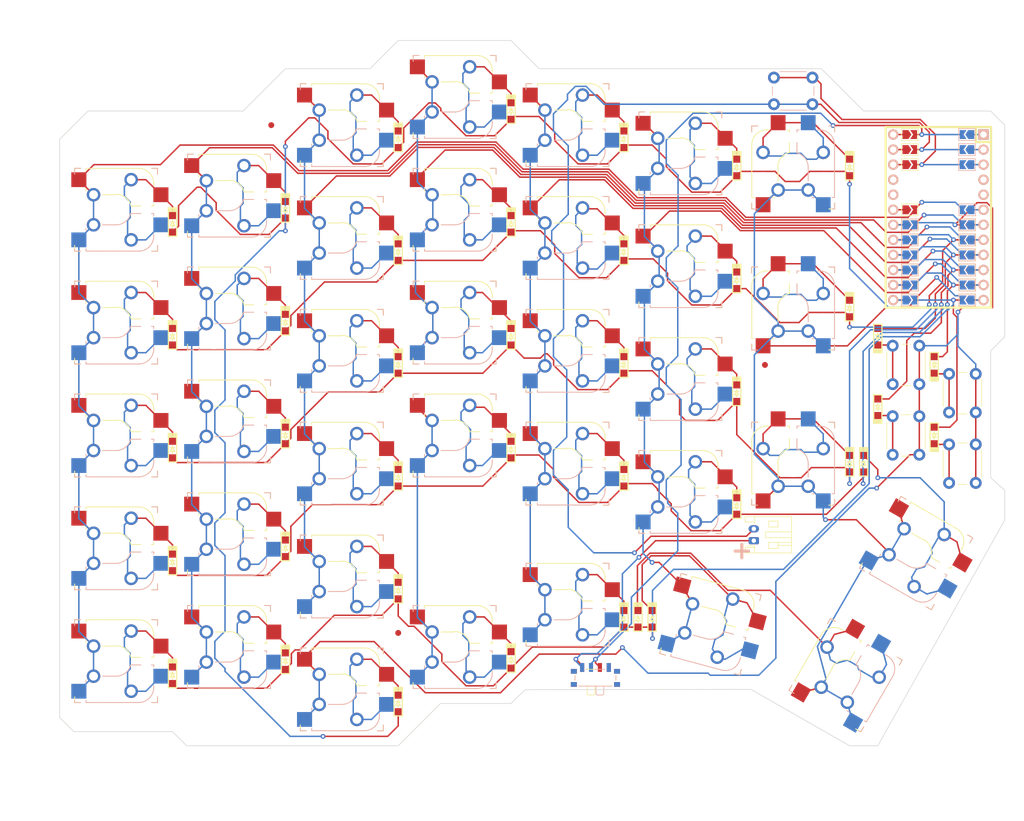
<source format=kicad_pcb>
(kicad_pcb (version 20211014) (generator pcbnew)
  (layers (0 "F.Cu" signal) (31 "B.Cu" signal) (34 "B.Paste" user) (35 "F.Paste" user) (36 "B.SilkS" user "B.Silkscreen") (37 "F.SilkS" user "F.Silkscreen") (38 "B.Mask" user) (39 "F.Mask" user) (44 "Edge.Cuts" user))
  (net 0 "")
  (net 2 "c0a")
  (net 3 "c1a")
  (net 6 "RST")
  (net 7 "Bat+")
  (net 8 "row0")
  (net 9 "row1")
  (net 10 "row2")
  (net 11 "row3")
  (net 12 "row4")
  (net 13 "col0")
  (net 14 "col1")
  (net 15 "col2")
  (net 16 "col3")
  (net 17 "col4")
  (net 18 "col5")
  (net 19 "col6")
  (net 20 "Net-(D0-Pad1)")
  (net 21 "c2a")
  (net 22 "c3a")
  (net 23 "c4a")
  (net 24 "c5a")
  (net 25 "c6a")
  (net 26 "c6b")
  (net 27 "c5b")
  (net 28 "Net-(D10-Pad1)")
  (net 29 "Net-(D1-Pad1)")
  (net 30 "Net-(D2-Pad1)")
  (net 31 "Net-(D3-Pad1)")
  (net 32 "Net-(D4-Pad1)")
  (net 33 "Net-(D5-Pad1)")
  (net 34 "Net-(D6-Pad1)")
  (net 35 "Net-(D11-Pad1)")
  (net 36 "Net-(D12-Pad1)")
  (net 37 "Net-(D13-Pad1)")
  (net 38 "Net-(D14-Pad1)")
  (net 39 "Net-(D15-Pad1)")
  (net 40 "Net-(D16-Pad1)")
  (net 41 "Net-(D20-Pad1)")
  (net 42 "Net-(D21-Pad1)")
  (net 43 "Net-(D22-Pad1)")
  (net 44 "Net-(D23-Pad1)")
  (net 45 "Net-(D24-Pad1)")
  (net 46 "Net-(D25-Pad1)")
  (net 47 "Net-(D26-Pad1)")
  (net 48 "Net-(D30-Pad1)")
  (net 49 "Net-(D31-Pad1)")
  (net 50 "Net-(D32-Pad1)")
  (net 51 "Net-(D33-Pad1)")
  (net 52 "Net-(D34-Pad1)")
  (net 53 "Net-(D35-Pad1)")
  (net 54 "Net-(D36-Pad1)")
  (net 55 "Net-(D40-Pad1)")
  (net 56 "Net-(D41-Pad1)")
  (net 57 "Net-(D42-Pad1)")
  (net 58 "Net-(D43-Pad1)")
  (net 59 "Net-(D44-Pad1)")
  (net 60 "Net-(D45-Pad1)")
  (net 61 "Net-(D46-Pad1)")
  (net 62 "GND")
  (net 63 "c4b")
  (net 64 "c3b")
  (net 65 "c2b")
  (net 66 "c1b")
  (net 67 "c0b")
  (net 68 "Net-(U1-Pad2)")
  (net 70 "Net-(JPgbda0-Pad1)")
  (net 71 "Net-(U1-Pad3)")
  (net 72 "Net-(JPresa0-Pad1)")
  (net 73 "Net-(BT1-Pad1)")
  (net 74 "col7")
  (net 77 "Net-(D7-Pad1)")
  (net 78 "Net-(D17-Pad1)")
  (net 79 "Net-(D27-Pad1)")
  (net 80 "Net-(D37-Pad1)")
  (net 81 "Net-(D47-Pad1)")
  (net 82 "Net-(JPbat+a0-Pad1)")
  (net 83 "Net-(JPbat+b0-Pad1)")
  (footprint "Fiducial:Fiducial_1mm_Mask2mm" (layer "F.Cu") (at 95.25 128.5875)
    (fp_text reference "FID1" hide)
    (fp_text value "Fiducial")
  )
  (footprint "Keebio-Parts:D_SOD123F" (layer "F.Cu") (at 95.25 102.39375 -90)
    (fp_text reference "D32" hide)
    (fp_text value "DIODE" hide)
  )
  (footprint "mykeeb:Kailh_socket_MX_optional_reversible_1u" (layer "F.Cu") (at 66.675 73.81875)
    (fp_text reference "K11" hide)
    (fp_text value "KEYSW")
  )
  (footprint "mykeeb:Kailh_socket_MX_optional_reversible_1u" (layer "F.Cu") (at 47.625 76.2)
    (fp_text reference "K10" hide)
    (fp_text value "KEYSW")
  )
  (footprint "mykeeb:Kailh_socket_MX_optional_reversible_1u" (layer "F.Cu") (at 66.675 111.91875)
    (fp_text reference "K31" hide)
    (fp_text value "KEYSW")
  )
  (footprint "MountingHole:MountingHole_3.2mm_M3" (layer "F.Cu") (at 135.73125 36.909375)
    (fp_text reference "H2" hide)
    (fp_text value locked "MountingHole")
  )
  (footprint "Connector_JST:JST_PH_S2B-PH-K_1x02_P2.00mm_Horizontal" (layer "F.Cu") (at 155.284 113.014 90)
    (fp_text reference "BT1" hide)
    (fp_text value "Battery_Cell")
  )
  (footprint "Keebio-Parts:D_SOD123F" (layer "F.Cu") (at 57.15 116.68125 -90)
    (fp_text reference "D30" hide)
    (fp_text value "DIODE" hide)
  )
  (footprint "Jumper:SolderJumper-2_P1.3mm_Open_TrianglePad1.0x1.5mm" (layer "F.Cu") (at 191.262 67.31 180)
    (fp_text reference "JPr2a1" hide)
    (fp_text value "SolderJumper_2_Open")
  )
  (footprint "mykeeb:Kailh_socket_MX_optional_reversible_1u" (layer "F.Cu") (at 123.825 80.9625)
    (fp_text reference "K24" hide)
    (fp_text value "KEYSW")
  )
  (footprint "mykeeb:Kailh_socket_MX_optional_reversible_1.25u" (layer "F.Cu") (at 147.960568 127.11693 -15)
    (fp_text reference "K45" hide)
    (fp_text value "KEYSW")
  )
  (footprint "Keebio-Parts:D_SOD123F" (layer "F.Cu") (at 114.3 97.63125 -90)
    (fp_text reference "D33" hide)
    (fp_text value "DIODE" hide)
  )
  (footprint "Keebio-Parts:D_SOD123F" (layer "F.Cu") (at 76.2 95.25 -90)
    (fp_text reference "D21" hide)
    (fp_text value "DIODE" hide)
  )
  (footprint "Keebio-Parts:D_SOD123F" (layer "F.Cu") (at 95.25 121.44375 -90)
    (fp_text reference "D42" hide)
    (fp_text value "DIODE" hide)
  )
  (footprint "Keebio-Parts:D_SOD123F" (layer "F.Cu") (at 171.45 50.00625 -90)
    (fp_text reference "D6" hide)
    (fp_text value "DIODE" hide)
  )
  (footprint "mykeeb:Kailh_socket_MX_optional_reversible_1u" (layer "F.Cu") (at 66.675 130.96875)
    (fp_text reference locked "K41" hide)
    (fp_text value "KEYSW")
  )
  (footprint "Keebio-Parts:D_SOD123F" (layer "F.Cu") (at 95.25 64.29375 -90)
    (fp_text reference "D12" hide)
    (fp_text value "DIODE" hide)
  )
  (footprint "Fiducial:Fiducial_1mm_Mask2mm" (layer "F.Cu") (at 157.1625 83.34375)
    (fp_text reference "FID3" hide)
    (fp_text value "Fiducial")
  )
  (footprint "mykeeb:Kailh_socket_MX_optional_reversible_1u" (layer "F.Cu") (at 47.625 95.25)
    (fp_text reference "K20" hide)
    (fp_text value "KEYSW")
  )
  (footprint "mykeeb:Kailh_socket_MX_optional_reversible_1u" (layer "F.Cu") (at 66.675 92.86875)
    (fp_text reference "K21" hide)
    (fp_text value "KEYSW")
  )
  (footprint "mykeeb:Kailh_socket_MX_optional_reversible_1u" (layer "F.Cu") (at 104.775 57.15)
    (fp_text reference "K13" hide)
    (fp_text value "KEYSW")
  )
  (footprint "Keebio-Parts:D_SOD123F" (layer "F.Cu") (at 114.3 78.58125 -90)
    (fp_text reference "D23" hide)
    (fp_text value "DIODE" hide)
  )
  (footprint "MountingHole:MountingHole_2.2mm_M2" (layer "F.Cu") (at 194.066981 78.224296)
    (fp_text reference "H10" hide)
    (fp_text value "MountingHole")
  )
  (footprint "mykeeb:Kailh_socket_MX_optional_reversible_1u" (layer "F.Cu") (at 182.682848 115.100954 -30)
    (fp_text reference "K36" hide)
    (fp_text value "KEYSW")
  )
  (footprint "MountingHole:MountingHole_3.2mm_M3" (layer "F.Cu") (at 44.396516 43.963668)
    (fp_text reference "H1" hide)
    (fp_text value "MountingHole")
  )
  (footprint "Keebio-Parts:D_SOD123F" (layer "F.Cu") (at 95.25 45.24375 -90)
    (fp_text reference "D2" hide)
    (fp_text value "DIODE" hide)
  )
  (footprint "mykeeb:Kailh_socket_MX_optional_reversible_1u" (layer "F.Cu") (at 47.625 133.35)
    (fp_text reference "K40" hide)
    (fp_text value "KEYSW")
  )
  (footprint "mykeeb:Kailh_socket_MX_optional_reversible_1u" (layer "F.Cu") (at 142.875 85.725)
    (fp_text reference "K25" hide)
    (fp_text value "KEYSW")
  )
  (footprint "Keebio-Parts:D_SOD123F" (layer "F.Cu") (at 133.35 83.34375 -90)
    (fp_text reference "D24" hide)
    (fp_text value "DIODE" hide)
  )
  (footprint "MountingHole:MountingHole_3.2mm_M3" (layer "F.Cu") (at 194.111215 108.536998)
    (fp_text reference "H3" hide)
    (fp_text value "MountingHole")
  )
  (footprint "mykeeb:Kailh_socket_MX_optional_reversible_1u" (layer "F.Cu") (at 85.725 138.1125)
    (fp_text reference "K7" hide)
    (fp_text value "KEYSW")
  )
  (footprint "Keebio-Parts:D_SOD123F" (layer "F.Cu") (at 171.45 73.81875 -90)
    (fp_text reference "D16" hide)
    (fp_text value "DIODE" hide)
  )
  (footprint "Jumper:SolderJumper-2_P1.3mm_Open_TrianglePad1.0x1.5mm" (layer "F.Cu") (at 191.299 72.39 180)
    (fp_text reference "JPr4a1" hide)
    (fp_text value "SolderJumper_2_Open")
  )
  (footprint "mykeeb:Kailh_socket_MX_optional_reversible_1u" (layer "F.Cu") (at 142.875 66.675)
    (fp_text reference "K15" hide)
    (fp_text value "KEYSW")
  )
  (footprint "Keebio-Parts:D_SOD123F" (layer "F.Cu") (at 176.2125 78.58125 90)
    (fp_text reference "D17" hide)
    (fp_text value "DIODE" hide)
  )
  (footprint "mykeeb:Kailh_socket_MX_optional_reversible_1u" (layer "F.Cu") (at 142.875 47.625)
    (fp_text reference "K5" hide)
    (fp_text value "KEYSW")
  )
  (footprint "mykeeb:Kailh_socket_MX_optional_reversible_1u" (layer "F.Cu") (at 66.675 54.76875)
    (fp_text reference "K1" hide)
    (fp_text value "KEYSW")
  )
  (footprint "Jumper:SolderJumper-2_P1.3mm_Open_TrianglePad1.0x1.5mm" (layer "F.Cu") (at 181.61 44.45)
    (fp_text reference "JPbat+a0" hide)
    (fp_text value "SolderJumper_2_Open")
  )
  (footprint "Fiducial:Fiducial_1mm_Mask2mm" (layer "F.Cu") (at 73.81875 42.8625)
    (fp_text reference "FID2" hide)
    (fp_text value "Fiducial")
  )
  (footprint "mykeeb:Kailh_socket_MX_optional_reversible_1u" (layer "F.Cu") (at 47.625 57.15)
    (fp_text reference "K0" hide)
    (fp_text value "KEYSW")
  )
  (footprint "Jumper:SolderJumper-2_P1.3mm_Open_TrianglePad1.0x1.5mm" (layer "F.Cu") (at 191.336 62.23 180)
    (fp_text reference "JPr0a1" hide)
    (fp_text value "SolderJumper_2_Open")
  )
  (footprint "Jumper:SolderJumper-2_P1.3mm_Open_TrianglePad1.0x1.5mm" (layer "F.Cu") (at 181.61 62.23)
    (fp_text reference "JPc2a1" hide)
    (fp_text value "SolderJumper_2_Open")
  )
  (footprint "Keebio-Parts:D_SOD123F" (layer "F.Cu") (at 133.35 102.39375 -90)
    (fp_text reference "D34" hide)
    (fp_text value "DIODE" hide)
  )
  (footprint "mykeeb:Kailh_socket_MX_optional_reversible_1u" (layer "F.Cu") (at 85.725 119.0625)
    (fp_text reference locked "K42" hide)
    (fp_text value "KEYSW")
  )
  (footprint "mykeeb:Kailh_socket_MX_optional_reversible_1u" (layer "F.Cu") (at 142.875 104.775)
    (fp_text reference "K35" hide)
    (fp_text value "KEYSW")
  )
  (footprint "Keebio-Parts:D_SOD123F" (layer "F.Cu") (at 95.25 140.49375 -90)
    (fp_text reference "D7" hide)
    (fp_text value "DIODE" hide)
  )
  (footprint "Jumper:SolderJumper-2_P1.3mm_Open_TrianglePad1.0x1.5mm" (layer "F.Cu") (at 181.61 72.39)
    (fp_text reference "JPc6a1" hide)
    (fp_text value "SolderJumper_2_Open")
  )
  (footprint "Keebio-Parts:D_SOD123F" (layer "F.Cu") (at 152.4 69.05625 -90)
    (fp_text reference "D15" hide)
    (fp_text value "DIODE" hide)
  )
  (footprint "Jumper:SolderJumper-2_P1.3mm_Open_TrianglePad1.0x1.5mm" (layer "F.Cu") (at 181.61 46.99)
    (fp_text reference "JPgbda0" hide)
    (fp_text value "SolderJumper_2_Open")
  )
  (footprint "Jumper:SolderJumper-2_P1.3mm_Open_TrianglePad1.0x1.5mm" (layer "F.Cu") (at 181.647 59.69)
    (fp_text reference "JPc1a1" hide)
    (fp_text value "SolderJumper_2_Open")
  )
  (footprint "mykeeb:Kailh_socket_MX_optional_reversible_1u" (layer "F.Cu") (at 123.825 61.9125)
    (fp_text reference "K14" hide)
    (fp_text value "KEYSW")
  )
  (footprint "Keebio-Parts:D_SOD123F" (layer "F.Cu") (at 152.4 50.00625 -90)
    (fp_text reference "D5" hide)
    (fp_text value "DIODE" hide)
  )
  (footprint "Keebio-Parts:D_SOD123F" (layer "F.Cu") (at 76.2 76.2 -90)
    (fp_text reference "D11" hide)
    (fp_text value "DIODE" hide)
  )
  (footprint "Keebio-Parts:D_SOD123F" (layer "F.Cu") (at 95.25 83.34375 -90)
    (fp_text reference "D22" hide)
    (fp_text value "DIODE" hide)
  )
  (footprint "mykeeb:Kailh_socket_MX_optional_reversible_1u" (layer "F.Cu") (at 85.725 80.9625)
    (fp_text reference "K22" hide)
    (fp_text value "KEYSW")
  )
  (footprint "MountingHole:MountingHole_3.2mm_M3" (layer "F.Cu") (at 164.30625 121.44375)
    (fp_text reference "H8" hide)
    (fp_text value "MountingHole")
  )
  (footprint "Keebio-Parts:D_SOD123F" (layer "F.Cu") (at 138.1125 126.20625 -90)
    (fp_text reference "D45" hide)
    (fp_text value "DIODE" hide)
  )
  (footprint "Keebio-Parts:D_SOD123F" (layer "F.Cu") (at 57.15 135.73125 -90)
    (fp_text reference "D40" hide)
    (fp_text value "DIODE" hide)
  )
  (footprint "Jumper:SolderJumper-2_P1.3mm_Open_TrianglePad1.0x1.5mm" (layer "F.Cu") (at 191.262 59.69 180)
    (fp_text reference "JPc7a1" hide)
    (fp_text value "SolderJumper_2_Open")
  )
  (footprint "mykeeb:Kailh_socket_MX_optional_reversible_1u" (layer "F.Cu") (at 85.725 61.9125)
    (fp_text reference "K12" hide)
    (fp_text value "KEYSW")
  )
  (footprint "mykeeb:Kailh_socket_MX_optional_reversible_1u" (layer "F.Cu") (at 104.775 130.96875)
    (fp_text reference locked "K43" hide)
    (fp_text value "KEYSW")
  )
  (footprint "Keebio-Parts:D_SOD123F" (layer "F.Cu") (at 57.15 59.53125 -90)
    (fp_text reference "D0" hide)
    (fp_text value "DIODE" hide)
  )
  (footprint "MountingHole:MountingHole_2.2mm_M2" (layer "F.Cu") (at 75.2 83.34375)
    (fp_text reference "H7" hide)
    (fp_text value locked "MountingHole")
  )
  (footprint "MountingHole:MountingHole_3.2mm_M3" (layer "F.Cu") (at 61.005076 144.019868)
    (fp_text reference "H4" hide)
    (fp_text value "MountingHole")
  )
  (footprint "MountingHole:MountingHole_2.2mm_M2" (layer "F.Cu") (at 174.831232 50.681104)
    (fp_text reference "H9" hide)
    (fp_text value "MountingHole")
  )
  (footprint "Keebio-Parts:D_SOD123F" (layer "F.Cu") (at 135.73125 126.20625 -90)
    (fp_text reference "D46" hide)
    (fp_text value "DIODE" hide)
  )
  (footprint "mykeeb:Kailh_socket_MX_optional_reversible_1u" (layer "F.Cu") (at 104.775 95.25)
    (fp_text reference "K33" hide)
    (fp_text value "KEYSW")
  )
  (footprint "mykeeb:Kailh_socket_MX_optional_reversible_1.5u" (layer "F.Cu") (at 161.925 100.0125 90)
    (fp_text reference "K26" hide)
    (fp_text value "KEYSW")
  )
  (footprint "Jumper:SolderJumper-2_P1.3mm_Open_TrianglePad1.0x1.5mm" (layer "F.Cu") (at 181.61 57.15)
    (fp_text reference "JPc0a1" hide)
    (fp_text value "SolderJumper_2_Open")
  )
  (footprint "Keebio-Parts:D_SOD123F" (layer "F.Cu") (at 114.3 133.140625 -90)
    (fp_text reference "D43" hide)
    (fp_text value "DIODE" hide)
  )
  (footprint "Button_Switch_THT:SW_PUSH_6mm_H8mm" (layer "F.Cu") (at 183.225 80.09375 -90)
    (fp_text reference "K17" hide)
    (fp_text value "KEYSW")
  )
  (footprint "Jumper:SolderJumper-2_P1.3mm_Open_TrianglePad1.0x1.5mm" (layer "F.Cu") (at 181.61 67.31)
    (fp_text reference "JPc4a1" hide)
    (fp_text value "SolderJumper_2_Open")
  )
  (footprint "Keebio-Parts:D_SOD123F" (layer "F.Cu") (at 133.35 64.29375 -90)
    (fp_text reference "D14" hide)
    (fp_text value "DIODE" hide)
  )
  (footprint "Keebio-Parts:D_SOD123F" (layer "F.Cu") (at 76.2 57.15 -90)
    (fp_text reference "D1" hide)
    (fp_text value "DIODE" hide)
  )
  (footprint "Button_Switch_THT:SW_PUSH_6mm_H8mm" (layer "F.Cu") (at 192.75 96.7625 -90)
    (fp_text reference "K47" hide)
    (fp_text value "KEYSW")
  )
  (footprint "mykeeb:Kailh_socket_MX_optional_reversible_1u" (layer "F.Cu") (at 104.775 38.1)
    (fp_text reference "K3" hide)
    (fp_text value "KEYSW")
  )
  (footprint "Keebio-Parts:D_SOD123F" (layer "F.Cu") (at 185.7375 95.25 90)
    (fp_text reference "D47" hide)
    (fp_text value "DIODE" hide)
  )
  (footprint "Keebio-Parts:D_SOD123F" (layer "F.Cu") (at 185.7375 83.34375 90)
    (fp_text reference "D37" hide)
    (fp_text value "DIODE" hide)
  )
  (footprint "Jumper:SolderJumper-2_P1.3mm_Open_TrianglePad1.0x1.5mm" (layer "F.Cu") (at 181.61 64.77)
    (fp_text reference "JPc3a1" hide)
    (fp_text value "SolderJumper_2_Open")
  )
  (footprint "mykeeb:Kailh_socket_MX_optional_reversible_1u" (layer "F.Cu") (at 123.825 100.0125)
    (fp_text reference "K34" hide)
    (fp_text value "KEYSW")
  )
  (footprint "Keebio-Parts:D_SOD123F" (layer "F.Cu") (at 152.4 88.10625 -90)
    (fp_text reference "D25" hide)
    (fp_text value "DIODE" hide)
  )
  (footprint "Keebio-Parts:D_SOD123F" (layer "F.Cu") (at 173.83125 100.0125 -90)
    (fp_text reference "D36" hide)
    (fp_text value "DIODE" hide)
  )
  (footprint "Keebio-Parts:D_SOD123F" (layer "F.Cu") (at 171.45 100.0125 -90)
    (fp_text reference "D26" hide)
    (fp_text value "DIODE" hide)
  )
  (footprint "Button_Switch_SMD:SW_SPDT_PCM12" (layer "F.Cu") (at 128.547735 135.847044)
    (fp_text reference "SWbat1" hide)
    (fp_text value "SW_SPST")
  )
  (footprint "Keebio-Parts:D_SOD123F" (layer "F.Cu") (at 57.15 97.63125 -90)
    (fp_text reference "D20" hide)
    (fp_text value "DIODE" hide)
  )
  (footprint "mykeeb:Kailh_socket_MX_optional_reversible_1.25u" (layer "F.Cu") (at 161.925 73.81875 90)
    (fp_text reference "K16" hide)
    (fp_text value "KEYSW")
  )
  (footprint "Keebio-Parts:D_SOD123F" (layer "F.Cu") (at 176.2125 90.4875 90)
    (fp_text reference "D27" hide)
    (fp_text value "DIODE" hide)
  )
  (footprint "Keebio-Parts:D_SOD123F" (layer "F.Cu") (at 133.35 126.20625 -90)
    (fp_text reference "D44" hide)
    (fp_text value "DIODE" hide)
  )
  (footprint "MountingHole:MountingHole_2.2mm_M2" (layer "F.Cu") (at 132.35 71.4375)
    (fp_text reference "H6" hide)
    (fp_text value locked "MountingHole")
  )
  (footprint "mykeeb:Kailh_socket_MX_optional_reversible_1u" (layer "F.Cu") (at 85.725 42.8625)
    (fp_text reference "K2" hide)
    (fp_text value "KEYSW")
  )
  (footprint "Jumper:SolderJumper-2_P1.3mm_Open_TrianglePad1.0x1.5mm" (layer "F.Cu") (at 181.61 49.53)
    (fp_text reference "JPresa0" hide)
    (fp_text value "SolderJumper_2_Open")
  )
  (footprint "Button_Switch_THT:SW_PUSH_6mm_H8mm" (layer "F.Cu") (at 192.75 84.85625 -90)
    (fp_text reference "K37" hide)
    (fp_text value "KEYSW")
  )
  (footprint "Button_Switch_THT:SW_PUSH_6mm_H8mm" (layer "F.Cu") (at 183.225 92 -90)
    (fp_text reference "K27" hide)
    (fp_text value "KEYSW")
  )
  (footprint "Keebio-Parts:D_SOD123F" (layer "F.Cu") (at 133.35 45.24375 -90)
    (fp_text reference "D4" hide)
    (fp_text value "DIODE" hide)
  )
  (footprint "mykeeb:Kailh_socket_MX_optional_reversible_1u" (layer "F.Cu") (at 123.825 123.825)
    (fp_text reference "K44" hide)
    (fp_text value "KEYSW")
  )
  (footprint "Keebio-Parts:D_SOD123F" (layer "F.Cu") (at 76.2 133.35 -90)
    (fp_text reference "D41" hide)
    (fp_text value "DIODE" hide)
  )
  (footprint "mykeeb:Kailh_socket_MX_optional_reversible_1u" (layer "F.Cu") (at 123.825 42.8625)
    (fp_text reference "K4" hide)
    (fp_text value "KEYSW")
  )
  (footprint "mykeeb:Kailh_socket_MX_optional_reversible_1u" (layer "F.Cu") (at 104.775 76.2)
    (fp_text reference "K23" hide)
    (fp_text value "KEYSW")
  )
  (footprint "Jumper:SolderJumper-2_P1.3mm_Open_TrianglePad1.0x1.5mm" (layer "F.Cu") (at 191.336 69.85 180)
    (fp_text reference "JPr3a1" hide)
    (fp_text value "SolderJumper_2_Open")
  )
  (footprint "mykeeb:Kailh_socket_MX_optional_reversible_1u" (layer "F.Cu") (at 47.625 114.3)
    (fp_text reference "K30" hide)
    (fp_text value "KEYSW")
  )
  (footprint "mykeeb:Kailh_socket_MX_optional_reversible_1.5u" (layer "F.Cu") (at 170.776598 135.723184 60)
    (fp_text reference "K46" hide)
    (fp_text value "KEYSW")
  )
  (footprint "mykeeb:Kailh_socket_MX_optional_reversible_1u" (layer "F.Cu") (at 85.725 100.0125)
    (fp_text reference "K32" hide)
    (fp_text value "KEYSW")
  )
  (footprint "Jumper:SolderJumper-2_P1.3mm_Open_TrianglePad1.0x1.5mm" (layer "F.Cu") (at 191.299 64.77 180)
    (fp_text reference "JPr1a1" hide)
    (fp_text value "SolderJumper_2_Open")
  )
  (footprint "mykeeb:Kailh_socket_MX_optional_reversible_1.25u" (layer "F.Cu") (at 161.925 50.00625 90)
    (fp_text reference "K6" hide)
    (fp_text value "KEYSW")
  )
  (footprint "Keebio-Parts:D_SOD123F" (layer "F.Cu") (at 114.3 59.53125 -90)
    (fp_text reference "D13" hide)
    (fp_text value "DIODE" hide)
  )
  (footprint "MountingHole:MountingHole_3.2mm_M3" (layer "F.Cu") (at 111.91875 111.91875)
    (fp_text reference locked "H5" hide)
    (fp_text value "MountingHole")
  )
  (footprint "Keebio-Parts:D_SOD123F" (layer "F.Cu") (at 76.2 114.3 -90)
    (fp_text reference "D31" hide)
    (fp_text value "DIODE" hide)
  )
  (footprint "Keebio-Parts:D_SOD123F" (layer "F.Cu") (at 152.4 107.15625 -90)
    (fp_text reference "D35" hide)
    (fp_text value "DIODE" hide)
  )
  (footprint "Keebio-Parts:D_SOD123F" (layer "F.Cu") (at 114.3 40.48125 -90)
    (fp_text reference "D3" hide)
    (fp_text value "DIODE" hide)
  )
  (footprint "Keebio-Parts:D_SOD123F" (layer "F.Cu") (at 57.15 78.58125 -90)
    (fp_text reference "D10" hide)
    (fp_text value "DIODE" hide)
  )
  (footprint "Jumper:SolderJumper-2_P1.3mm_Open_TrianglePad1.0x1.5mm" (layer "F.Cu") (at 181.61 69.85)
    (fp_text reference "JPc5a1" hide)
    (fp_text value "SolderJumper_2_Open")
  )
  (footprint "Jumper:SolderJumper-2_P1.3mm_Open_TrianglePad1.0x1.5mm" (layer "B.Cu") (at 191.299 67.31 180)
    (fp_text reference "JPc4b1" hide)
    (fp_text value "SolderJumper_2_Open")
  )
  (footprint "Jumper:SolderJumper-2_P1.3mm_Open_TrianglePad1.0x1.5mm" (layer "B.Cu") (at 191.299 57.15 180)
    (fp_text reference "JPc0b1" hide)
    (fp_text value "SolderJumper_2_Open")
  )
  (footprint "Jumper:SolderJumper-2_P1.3mm_Open_TrianglePad1.0x1.5mm" (layer "B.Cu") (at 191.262 44.45 180)
    (fp_text reference "JPbat+b0" hide)
    (fp_text value "SolderJumper_2_Open")
  )
  (footprint "Jumper:SolderJumper-2_P1.3mm_Open_TrianglePad1.0x1.5mm" (layer "B.Cu") (at 181.61 64.77)
    (fp_text reference "JPr1b1" hide)
    (fp_text value "SolderJumper_2_Open")
  )
  (footprint "Jumper:SolderJumper-2_P1.3mm_Open_TrianglePad1.0x1.5mm" (layer "B.Cu") (at 191.299 72.39 180)
    (fp_text reference "JPc6b1" hide)
    (fp_text value "SolderJumper_2_Open")
  )
  (footprint "Keebio-Parts:ArduinoProMicro-BackSide" (layer "B.Cu") (at 186.436 58.42 -90)
    (fp_text reference "U1" hide)
    (fp_text value "ProMicro" hide)
  )
  (footprint "Button_Switch_SMD:SW_SPDT_PCM12" (layer "B.Cu") (at 128.548 135.847 180)
    (fp_text reference "SWbat2" hide)
    (fp_text value "SW_SPST")
  )
  (footprint "Jumper:SolderJumper-2_P1.3mm_Open_TrianglePad1.0x1.5mm" (layer "B.Cu") (at 181.61 62.23)
    (fp_text reference "JPr0b1" hide)
    (fp_text value "SolderJumper_2_Open")
  )
  (footprint "Jumper:SolderJumper-2_P1.3mm_Open_TrianglePad1.0x1.5mm" (layer "B.Cu") (at 181.647 69.85)
    (fp_text reference "JPr3b1" hide)
    (fp_text value "SolderJumper_2_Open")
  )
  (footprint "Jumper:SolderJumper-2_P1.3mm_Open_TrianglePad1.0x1.5mm" (layer "B.Cu") (at 191.262 49.53 180)
    (fp_text reference "JPresb0" hide)
    (fp_text value "SolderJumper_2_Open")
  )
  (footprint "Jumper:SolderJumper-2_P1.3mm_Open_TrianglePad1.0x1.5mm" (layer "B.Cu") (at 191.299 69.85 180)
    (fp_text reference "JPc5b1" hide)
    (fp_text value "SolderJumper_2_Open")
  )
  (footprint "Jumper:SolderJumper-2_P1.3mm_Open_TrianglePad1.0x1.5mm" (layer "B.Cu") (at 181.647 67.31)
    (fp_text reference "JPr2b1" hide)
    (fp_text value "SolderJumper_2_Open")
  )
  (footprint "Jumper:SolderJumper-2_P1.3mm_Open_TrianglePad1.0x1.5mm" (layer "B.Cu") (at 191.299 62.23 180)
    (fp_text reference "JPc2b1" hide)
    (fp_text value "SolderJumper_2_Open")
  )
  (footprint "Jumper:SolderJumper-2_P1.3mm_Open_TrianglePad1.0x1.5mm" (layer "B.Cu") (at 181.61 72.39)
    (fp_text reference "JPr4b1" hide)
    (fp_text value "SolderJumper_2_Open")
  )
  (footprint "Jumper:SolderJumper-2_P1.3mm_Open_TrianglePad1.0x1.5mm" (layer "B.Cu") (at 191.262 46.99 180)
    (fp_text reference "JPgndb0" hide)
    (fp_text value "SolderJumper_2_Open")
  )
  (footprint "Jumper:SolderJumper-2_P1.3mm_Open_TrianglePad1.0x1.5mm" (layer "B.Cu") (at 191.262 64.77 180)
    (fp_text reference "JPc3b1" hide)
    (fp_text value "SolderJumper_2_Open")
  )
  (footprint "Button_Switch_THT:SW_PUSH_6mm" (layer "B.Cu") (at 165.175 34.834 180)
    (fp_text reference "SW1" hide)
    (fp_text value "SW_Push")
  )
  (footprint "Jumper:SolderJumper-2_P1.3mm_Open_TrianglePad1.0x1.5mm" (layer "B.Cu") (at 191.299 59.69 180)
    (fp_text reference "JPc1b1" hide)
    (fp_text value "SolderJumper_2_Open")
  )
  (footprint "Jumper:SolderJumper-2_P1.3mm_Open_TrianglePad1.0x1.5mm" (layer "B.Cu") (at 181.61 59.69)
    (fp_text reference "JPc7b1" hide)
    (fp_text value "SolderJumper_2_Open")
  )
  (gr_poly (pts (xy 119.0625 33.3375) (xy 154.781251 33.3375) (xy 164.306251 33.3375) (xy 166.6875 33.3375) (xy 173.83125 40.48125) (xy 195.2625 40.48125) (xy 197.64375 42.8625) (xy 197.64375 78.58125) (xy 195.2625 80.9625) (xy 195.2625 102.39375) (xy 197.64375 104.48925) (xy 197.64375 109.5375) (xy 176.2125 147.6375) (xy 171.45 147.6375) (xy 154.78125 138.1125) (xy 116.68125 138.176) (xy 114.300001 140.493751) (xy 102.39375 140.49375) (xy 95.25 147.6375) (xy 59.53125 147.6375) (xy 57.15 145.25625) (xy 40.48125 145.25625) (xy 38.1 142.875) (xy 38.1 45.24375) (xy 42.8625 40.48125) (xy 69.05625 40.48125) (xy 76.2 33.3375) (xy 90.4875 33.3375) (xy 95.25 28.575) (xy 114.3 28.575)) (layer "Edge.Cuts") (width 0.1) (fill none))
  (gr_text "+" (at 153.252 114.554) (layer "B.SilkS") (effects (font (size 3 3) (thickness 0.5)) (justify mirror)))
  (gr_text "+" (at 153.252 114.554) (layer "F.SilkS") (effects (font (size 3 3) (thickness 0.5))))
  (segment locked (start 178.816 57.15) (end 180.885 57.15) (width 0.25) (layer "F.Cu") (net 2))
  (segment locked (start 178.816 59.69) (end 180.922 59.69) (width 0.25) (layer "F.Cu") (net 3))
  (segment (start 178.816 59.69) (end 180.885 59.69) (width 0.25) (layer "B.Cu") (net 3))
  (segment (start 185.928 47.244) (end 185.928 44.448565) (width 0.25) (layer "F.Cu") (net 6))
  (segment (start 165.556 34.834) (end 159.056 34.834) (width 0.25) (layer "F.Cu") (net 6))
  (segment (start 166.624 38.354) (end 166.624 35.902) (width 0.25) (layer "F.Cu") (net 6))
  (segment (start 170.18 41.91) (end 166.624 38.354) (width 0.25) (layer "F.Cu") (net 6))
  (segment (start 166.624 35.902) (end 165.556 34.834) (width 0.25) (layer "F.Cu") (net 6))
  (segment (start 185.928 44.448565) (end 183.389435 41.91) (width 0.25) (layer "F.Cu") (net 6))
  (segment (start 183.642 49.53) (end 185.928 47.244) (width 0.25) (layer "F.Cu") (net 6))
  (segment locked (start 182.335 49.53) (end 183.642 49.53) (width 0.25) (layer "F.Cu") (net 6))
  (segment (start 183.389435 41.91) (end 170.18 41.91) (width 0.25) (layer "F.Cu") (net 6))
  (via locked (at 183.642 49.53) (size 0.8) (drill 0.4) (layers "F.Cu" "B.Cu") (net 6))
  (segment locked (start 183.642 49.53) (end 190.537 49.53) (width 0.25) (layer "B.Cu") (net 6))
  (segment (start 183.642 43.434) (end 183.134 42.926) (width 0.25) (layer "F.Cu") (net 7))
  (segment locked (start 182.335 44.45) (end 183.642 44.45) (width 0.25) (layer "F.Cu") (net 7))
  (segment (start 128.548 133.02) (end 128.548 133.634) (width 0.25) (layer "F.Cu") (net 7))
  (segment (start 128.548 133.634) (end 129.298 134.384) (width 0.25) (layer "F.Cu") (net 7))
  (segment (start 183.134 42.926) (end 168.656 42.926) (width 0.25) (layer "F.Cu") (net 7))
  (segment (start 183.642 44.45) (end 183.642 43.434) (width 0.25) (layer "F.Cu") (net 7))
  (via (at 128.548 133.02) (size 0.8) (drill 0.4) (layers "F.Cu" "B.Cu") (net 7))
  (via (at 168.656 42.926) (size 0.8) (drill 0.4) (layers "F.Cu" "B.Cu") (net 7))
  (via locked (at 183.642 44.45) (size 0.8) (drill 0.4) (layers "F.Cu" "B.Cu") (net 7))
  (segment (start 134.62 122.555) (end 134.62 127) (width 0.25) (layer "B.Cu") (net 7))
  (segment locked (start 183.642 44.45) (end 190.537 44.45) (width 0.25) (layer "B.Cu") (net 7))
  (segment (start 140.506579 86.706033) (end 143.002 89.201454) (width 0.25) (layer "B.Cu") (net 7))
  (segment (start 127.798 134.417) (end 127.798 133.77) (width 0.25) (layer "B.Cu") (net 7))
  (segment (start 140.506579 83.775421) (end 140.506579 86.706033) (width 0.25) (layer "B.Cu") (net 7))
  (segment (start 140.738197 105.987651) (end 140.738197 106.681203) (width 0.25) (layer "B.Cu") (net 7))
  (segment (start 142.441139 70.305139) (end 142.441139 81.840861) (width 0.25) (layer "B.Cu") (net 7))
  (segment (start 140.506579 68.370579) (end 142.441139 70.305139) (width 0.25) (layer "B.Cu") (net 7))
  (segment (start 140.506579 45.378046) (end 140.506579 49.320579) (width 0.25) (layer "B.Cu") (net 7))
  (segment (start 128.6 133.02) (end 128.548 133.02) (width 0.25) (layer "B.Cu") (net 7))
  (segment (start 168.656 42.926) (end 166.576739 40.846739) (width 0.25) (layer "B.Cu") (net 7))
  (segment (start 142.494 51.308) (end 142.494 63.246) (width 0.25) (layer "B.Cu") (net 7))
  (segment (start 127.798 133.77) (end 128.548 133.02) (width 0.25) (layer "B.Cu") (net 7))
  (segment (start 143.002 89.201454) (end 143.002 100.264243) (width 0.25) (layer "B.Cu") (net 7))
  (segment (start 142.441139 108.384145) (end 142.441139 114.733861) (width 0.25) (layer "B.Cu") (net 7))
  (segment (start 145.037886 40.846739) (end 140.506579 45.378046) (width 0.25) (layer "B.Cu") (net 7))
  (segment (start 142.441139 114.733861) (end 134.62 122.555) (width 0.25) (layer "B.Cu") (net 7))
  (segment (start 140.506579 65.233421) (end 140.506579 68.370579) (width 0.25) (layer "B.Cu") (net 7))
  (segment (start 166.576739 40.846739) (end 145.037886 40.846739) (width 0.25) (layer "B.Cu") (net 7))
  (segment (start 143.002 100.264243) (end 140.506579 102.759664) (width 0.25) (layer "B.Cu") (net 7))
  (segment (start 140.738197 106.681203) (end 142.441139 108.384145) (width 0.25) (layer "B.Cu") (net 7))
  (segment (start 142.441139 81.840861) (end 140.506579 83.775421) (width 0.25) (layer "B.Cu") (net 7))
  (segment (start 134.62 127) (end 128.6 133.02) (width 0.25) (layer "B.Cu") (net 7))
  (segment (start 142.494 63.246) (end 140.506579 65.233421) (width 0.25) (layer "B.Cu") (net 7))
  (segment (start 140.506579 105.756033) (end 140.738197 105.987651) (width 0.25) (layer "B.Cu") (net 7))
  (segment (start 140.506579 49.320579) (end 142.494 51.308) (width 0.25) (layer "B.Cu") (net 7))
  (segment (start 140.506579 102.759664) (end 140.506579 105.756033) (width 0.25) (layer "B.Cu") (net 7))
  (segment (start 76.2 58.55) (end 73.433739 61.316261) (width 0.25) (layer "F.Cu") (net 8))
  (segment (start 81.152587 41.637079) (end 80.137413 41.637079) (width 0.25) (layer "F.Cu") (net 8))
  (segment (start 153.134521 50.671729) (end 152.4 51.40625) (width 0.25) (layer "F.Cu") (net 8))
  (segment (start 95.25 46.64375) (end 92.483739 49.410011) (width 0.25) (layer "F.Cu") (net 8))
  (segment (start 140.506579 49.871954) (end 140.506579 48.601954) (width 0.25) (layer "F.Cu") (net 8))
  (segment (start 58.166 56.464742) (end 58.166 59.91525) (width 0.25) (layer "F.Cu") (net 8))
  (segment (start 64.516 55.955125) (end 61.900875 53.34) (width 0.25) (layer "F.Cu") (net 8))
  (segment locked (start 185.928 70.612) (end 184.912 71.628) (width 0.25) (layer "F.Cu") (net 8))
  (segment locked (start 189.021598 62.23) (end 188.998799 62.207201) (width 0.25) (layer "F.Cu") (net 8))
  (segment (start 164.720271 50.671729) (end 163.017329 52.374671) (width 0.25) (layer "F.Cu") (net 8))
  (segment locked (start 187.1596 68.590014) (end 187.1596 69.3804) (width 0.25) (layer "F.Cu") (net 8))
  (segment (start 76.2 45.574492) (end 76.2 46.482) (width 0.25) (layer "F.Cu") (net 8))
  (segment (start 171.45 51.40625) (end 170.715479 50.671729) (width 0.25) (layer "F.Cu") (net 8))
  (segment locked (start 187.1596 66.294) (end 187.1596 68.590014) (width 0.25) (layer "F.Cu") (net 8))
  (segment (start 138.132625 46.228) (end 133.76575 46.228) (width 0.25) (layer "F.Cu") (net 8))
  (segment (start 102.432511 40.032136) (end 101.516375 39.116) (width 0.25) (layer "F.Cu") (net 8))
  (segment (start 102.432511 40.386) (end 102.432511 40.032136) (width 0.25) (layer "F.Cu") (net 8))
  (segment (start 111.533739 44.647511) (end 106.694022 44.647511) (width 0.25) (layer "F.Cu") (net 8))
  (segment (start 96.174511 43.355114) (end 96.174511 45.719239) (width 0.25) (layer "F.Cu") (net 8))
  (segment (start 68.607136 61.316261) (end 64.516 57.225125) (width 0.25) (layer "F.Cu") (net 8))
  (segment (start 130.583739 49.410011) (end 125.610011 49.410011) (width 0.25) (layer "F.Cu") (net 8))
  (segment (start 61.900875 53.34) (end 61.290742 53.34) (width 0.25) (layer "F.Cu") (net 8))
  (segment (start 163.017329 52.374671) (end 160.578671 52.374671) (width 0.25) (layer "F.Cu") (net 8))
  (segment (start 171.45 52.832) (end 171.45 51.40625) (width 0.25) (layer "F.Cu") (net 8))
  (segment locked (start 187.1596 69.3804) (end 185.928 70.612) (width 0.25) (layer "F.Cu") (net 8))
  (segment (start 133.35 46.64375) (end 130.583739 49.410011) (width 0.25) (layer "F.Cu") (net 8))
  (segment locked (start 188.998799 62.207201) (end 187.1596 64.0464) (width 0.25) (layer "F.Cu") (net 8))
  (segment (start 83.382511 43.867003) (end 81.152587 41.637079) (width 0.25) (layer "F.Cu") (net 8))
  (segment (start 121.666 44.050492) (end 119.017508 41.402) (width 0.25) (layer "F.Cu") (net 8))
  (segment (start 114.3 41.88125) (end 111.533739 44.647511) (width 0.25) (layer "F.Cu") (net 8))
  (segment (start 87.657136 49.410011) (end 83.382511 45.135386) (width 0.25) (layer "F.Cu") (net 8))
  (segment (start 61.290742 53.34) (end 58.166 56.464742) (width 0.25) (layer "F.Cu") (net 8))
  (segment (start 95.25 144.272) (end 95.25 141.89375) (width 0.25) (layer "F.Cu") (net 8))
  (segment (start 82.55 146.05) (end 93.472 146.05) (width 0.25) (layer "F.Cu") (net 8))
  (segment (start 76.2 60.706) (end 76.2 58.55) (width 0.25) (layer "F.Cu") (net 8))
  (segment (start 114.77925 41.402) (end 114.3 41.88125) (width 0.25) (layer "F.Cu") (net 8))
  (segment (start 160.578671 52.374671) (end 158.875729 50.671729) (width 0.25) (layer "F.Cu") (net 8))
  (segment (start 64.516 57.225125) (end 64.516 55.955125) (width 0.25) (layer "F.Cu") (net 8))
  (segment (start 92.483739 49.410011) (end 87.657136 49.410011) (width 0.25) (layer "F.Cu") (net 8))
  (segment (start 100.413625 39.116) (end 96.174511 43.355114) (width 0.25) (layer "F.Cu") (net 8))
  (segment (start 96.174511 45.719239) (end 95.25 46.64375) (width 0.25) (layer "F.Cu") (net 8))
  (segment (start 101.516375 39.116) (end 100.413625 39.116) (width 0.25) (layer "F.Cu") (net 8))
  (segment (start 125.610011 49.410011) (end 121.666 45.466) (width 0.25) (layer "F.Cu") (net 8))
  (segment (start 121.666 45.466) (end 121.666 44.050492) (width 0.25) (layer "F.Cu") (net 8))
  (segment (start 152.4 51.40625) (end 149.633739 54.172511) (width 0.25) (layer "F.Cu") (net 8))
  (segment (start 106.694022 44.647511) (end 102.432511 40.386) (width 0.25) (layer "F.Cu") (net 8))
  (segment (start 73.433739 61.316261) (end 68.607136 61.316261) (width 0.25) (layer "F.Cu") (net 8))
  (segment (start 133.76575 46.228) (end 133.35 46.64375) (width 0.25) (layer "F.Cu") (net 8))
  (segment (start 93.472 146.05) (end 95.25 144.272) (width 0.25) (layer "F.Cu") (net 8))
  (segment locked (start 184.912 71.628) (end 184.912 73.152) (width 0.25) (layer "F.Cu") (net 8))
  (segment (start 80.137413 41.637079) (end 76.2 45.574492) (width 0.25) (layer "F.Cu") (net 8))
  (segment (start 158.875729 50.671729) (end 153.134521 50.671729) (width 0.25) (layer "F.Cu") (net 8))
  (segment (start 149.633739 54.172511) (end 144.807136 54.172511) (width 0.25) (layer "F.Cu") (net 8))
  (segment locked (start 190.611 62.23) (end 189.021598 62.23) (width 0.25) (layer "F.Cu") (net 8))
  (segment (start 119.017508 41.402) (end 114.77925 41.402) (width 0.25) (layer "F.Cu") (net 8))
  (segment (start 83.382511 45.135386) (end 83.382511 43.867003) (width 0.25) (layer "F.Cu") (net 8))
  (segment (start 170.715479 50.671729) (end 164.720271 50.671729) (width 0.25) (layer "F.Cu") (net 8))
  (segment (start 144.807136 54.172511) (end 140.506579 49.871954) (width 0.25) (layer "F.Cu") (net 8))
  (segment locked (start 187.1596 64.0464) (end 187.1596 66.294) (width 0.25) (layer "F.Cu") (net 8))
  (segment (start 140.506579 48.601954) (end 138.132625 46.228) (width 0.25) (layer "F.Cu") (net 8))
  (segment (start 58.166 59.91525) (end 57.15 60.93125) (width 0.25) (layer "F.Cu") (net 8))
  (via (at 76.2 46.482) (size 0.8) (drill 0.4) (layers "F.Cu" "B.Cu") (net 8))
  (via locked (at 188.998799 62.207201) (size 0.8) (drill 0.4) (layers "F.Cu" "B.Cu") (net 8))
  (via locked (at 184.912 73.152) (size 0.8) (drill 0.4) (layers "F.Cu" "B.Cu") (net 8))
  (via (at 82.55 146.05) (size 0.8) (drill 0.4) (layers "F.Cu" "B.Cu") (net 8))
  (via (at 171.45 52.832) (size 0.8) (drill 0.4) (layers "F.Cu" "B.Cu") (net 8))
  (via (at 76.2 60.706) (size 0.8) (drill 0.4) (layers "F.Cu" "B.Cu") (net 8))
  (segment (start 171.45 67.056) (end 171.45 52.832) (width 0.25) (layer "B.Cu") (net 8))
  (segment locked (start 182.335 62.23) (end 183.205011 61.359989) (width 0.25) (layer "B.Cu") (net 8))
  (segment (start 66.009521 134.577896) (end 66.009521 135.065771) (width 0.25) (layer "B.Cu") (net 8))
  (segment (start 76.2 60.706) (end 75.172375 60.706) (width 0.25) (layer "B.Cu") (net 8))
  (segment (start 66.009521 77.427896) (end 66.009521 89.259604) (width 0.25) (layer "B.Cu") (net 8))
  (segment (start 64.29375 72.61225) (end 64.29375 75.712125) (width 0.25) (layer "B.Cu") (net 8))
  (segment (start 177.984811 73.590811) (end 171.45 67.056) (width 0.25) (layer "B.Cu") (net 8))
  (segment (start 76.99375 146.05) (end 82.55 146.05) (width 0.25) (layer "B.Cu") (net 8))
  (segment (start 66.009521 89.259604) (end 64.29375 90.975375) (width 0.25) (layer "B.Cu") (net 8))
  (segment (start 75.172375 60.706) (end 67.747489 68.130886) (width 0.25) (layer "B.Cu") (net 8))
  (segment (start 76.2 46.482) (end 76.2 60.706) (width 0.25) (layer "B.Cu") (net 8))
  (segment (start 66.009521 108.309604) (end 64.29375 110.025375) (width 0.25) (layer "B.Cu") (net 8))
  (segment (start 66.009521 135.065771) (end 76.99375 146.05) (width 0.25) (layer "B.Cu") (net 8))
  (segment (start 66.009521 115.527896) (end 66.009521 128.284775) (width 0.25) (layer "B.Cu") (net 8))
  (segment locked (start 183.205011 61.359989) (end 188.151587 61.359989) (width 0.25) (layer "B.Cu") (net 8))
  (segment (start 64.29375 110.025375) (end 64.29375 113.812125) (width 0.25) (layer "B.Cu") (net 8))
  (segment (start 67.747489 69.158511) (end 64.29375 72.61225) (width 0.25) (layer "B.Cu") (net 8))
  (segment (start 66.009521 96.477896) (end 66.009521 108.309604) (width 0.25) (layer "B.Cu") (net 8))
  (segment (start 64.29375 113.812125) (end 66.009521 115.527896) (width 0.25) (layer "B.Cu") (net 8))
  (segment (start 66.009521 128.284775) (end 64.29375 130.000546) (width 0.25) (layer "B.Cu") (net 8))
  (segment (start 64.29375 94.762125) (end 66.009521 96.477896) (width 0.25) (layer "B.Cu") (net 8))
  (segment (start 184.473189 73.590811) (end 177.984811 73.590811) (width 0.25) (layer "B.Cu") (net 8))
  (segment (start 184.912 73.152) (end 184.473189 73.590811) (width 0.25) (layer "B.Cu") (net 8))
  (segment (start 67.747489 68.130886) (end 67.747489 69.158511) (width 0.25) (layer "B.Cu") (net 8))
  (segment locked (start 188.151587 61.359989) (end 188.998799 62.207201) (width 0.25) (layer "B.Cu") (net 8))
  (segment (start 64.29375 132.862125) (end 66.009521 134.577896) (width 0.25) (layer "B.Cu") (net 8))
  (segment (start 64.29375 90.975375) (end 64.29375 94.762125) (width 0.25) (layer "B.Cu") (net 8))
  (segment (start 64.29375 75.712125) (end 66.009521 77.427896) (width 0.25) (layer "B.Cu") (net 8))
  (segment (start 64.29375 130.000546) (end 64.29375 132.862125) (width 0.25) (layer "B.Cu") (net 8))
  (segment (start 152.4 70.45625) (end 149.633739 73.222511) (width 0.25) (layer "F.Cu") (net 9))
  (segment (start 114.544171 60.687079) (end 114.3 60.93125) (width 0.25) (layer "F.Cu") (net 9))
  (segment (start 76.2 77.6) (end 73.026729 80.773271) (width 0.25) (layer "F.Cu") (net 9))
  (segment (start 170.715479 74.484229) (end 164.608975 74.484229) (width 0.25) (layer "F.Cu") (net 9))
  (segment (start 144.807136 73.222511) (end 140.716 69.131375) (width 0.25) (layer "F.Cu") (net 9))
  (segment locked (start 187.60912 68.776211) (end 187.60912 69.69288) (width 0.25) (layer "F.Cu") (net 9))
  (segment (start 125.757136 68.618761) (end 121.666 64.527625) (width 0.25) (layer "F.Cu") (net 9))
  (segment (start 73.026729 80.773271) (end 57.942021 80.773271) (width 0.25) (layer "F.Cu") (net 9))
  (segment (start 109.5375 65.69375) (end 95.25 65.69375) (width 0.25) (layer "F.Cu") (net 9))
  (segment (start 91.60175 69.342) (end 82.801478 69.342) (width 0.25) (layer "F.Cu") (net 9))
  (segment (start 138.304204 65.449579) (end 133.594171 65.449579) (width 0.25) (layer "F.Cu") (net 9))
  (segment locked (start 187.60912 66.13688) (end 187.60912 68.776211) (width 0.25) (layer "F.Cu") (net 9))
  (segment (start 119.252587 60.687079) (end 114.544171 60.687079) (width 0.25) (layer "F.Cu") (net 9))
  (segment (start 184.18475 77.18125) (end 185.928 75.438) (width 0.25) (layer "F.Cu") (net 9))
  (segment (start 149.633739 73.222511) (end 144.807136 73.222511) (width 0.25) (layer "F.Cu") (net 9))
  (segment locked (start 187.60912 69.69288) (end 186.944 70.358) (width 0.25) (layer "F.Cu") (net 9))
  (segment (start 95.25 65.69375) (end 91.60175 69.342) (width 0.25) (layer "F.Cu") (net 9))
  (segment (start 159.678046 76.187171) (end 153.947125 70.45625) (width 0.25) (layer "F.Cu") (net 9))
  (segment (start 140.716 67.861375) (end 138.304204 65.449579) (width 0.25) (layer "F.Cu") (net 9))
  (segment locked (start 188.976 64.77) (end 187.60912 66.13688) (width 0.25) (layer "F.Cu") (net 9))
  (segment (start 171.45 76.962) (end 171.45 75.21875) (width 0.25) (layer "F.Cu") (net 9))
  (segment (start 140.716 69.131375) (end 140.716 67.861375) (width 0.25) (layer "F.Cu") (net 9))
  (segment (start 133.594171 65.449579) (end 133.35 65.69375) (width 0.25) (layer "F.Cu") (net 9))
  (segment (start 121.666 64.527625) (end 121.666 63.100492) (width 0.25) (layer "F.Cu") (net 9))
  (segment (start 77.124511 76.675489) (end 76.2 77.6) (width 0.25) (layer "F.Cu") (net 9))
  (segment locked (start 185.928 71.374) (end 185.928 73.152) (width 0.25) (layer "F.Cu") (net 9))
  (segment (start 185.928 75.438) (end 185.928 73.152) (width 0.25) (layer "F.Cu") (net 9))
  (segment (start 133.35 65.69375) (end 130.424989 68.618761) (width 0.25) (layer "F.Cu") (net 9))
  (segment (start 121.666 63.100492) (end 119.252587 60.687079) (width 0.25) (layer "F.Cu") (net 9))
  (segment (start 130.424989 68.618761) (end 125.757136 68.618761) (width 0.25) (layer "F.Cu") (net 9))
  (segment locked (start 186.944 70.358) (end 185.928 71.374) (width 0.25) (layer "F.Cu") (net 9))
  (segment (start 82.801478 69.342) (end 77.124511 75.018967) (width 0.25) (layer "F.Cu") (net 9))
  (segment (start 162.906033 76.187171) (end 159.678046 76.187171) (width 0.25) (layer "F.Cu") (net 9))
  (segment (start 114.3 60.93125) (end 109.5375 65.69375) (width 0.25) (layer "F.Cu") (net 9))
  (segment (start 57.942021 80.773271) (end 57.15 79.98125) (width 0.25) (layer "F.Cu") (net 9))
  (segment (start 164.608975 74.484229) (end 162.906033 76.187171) (width 0.25) (layer "F.Cu") (net 9))
  (segment (start 77.124511 75.018967) (end 77.124511 76.675489) (width 0.25) (layer "F.Cu") (net 9))
  (segment (start 171.45 75.21875) (end 170.715479 74.484229) (width 0.25) (layer "F.Cu") (net 9))
  (segment (start 176.2125 77.18125) (end 184.18475 77.18125) (width 0.25) (layer "F.Cu") (net 9))
  (segment locked (start 190.574 64.77) (end 188.976 64.77) (width 0.25) (layer "F.Cu") (net 9))
  (segment (start 153.947125 70.45625) (end 152.4 70.45625) (width 0.25) (layer "F.Cu") (net 9))
  (via (at 171.45 76.962) (size 0.8) (drill 0.4) (layers "F.Cu" "B.Cu") (net 9))
  (via locked (at 188.976 64.77) (size 0.8) (drill 0.4) (layers "F.Cu" "B.Cu") (net 9))
  (via locked (at 185.928 73.152) (size 0.8) (drill 0.4) (layers "F.Cu" "B.Cu") (net 9))
  (segment locked (start 187.597989 63.391989) (end 188.976 64.77) (width 0.25) (layer "B.Cu") (net 9))
  (segment (start 185.928 73.152) (end 185.928 73.160614) (width 0.25) (layer "B.Cu") (net 9))
  (segment (start 182.126614 76.962) (end 171.45 76.962) (width 0.25) (layer "B.Cu") (net 9))
  (segment locked (start 183.713011 63.391989) (end 187.597989 63.391989) (width 0.25) (layer "B.Cu") (net 9))
  (segment locked (start 182.335 64.77) (end 183.713011 63.391989) (width 0.25) (layer "B.Cu") (net 9))
  (segment (start 185.928 73.160614) (end 182.126614 76.962) (width 0.25) (layer "B.Cu") (net 9))
  (segment (start 83.44149 87.917021) (end 77.124511 94.234) (width 0.25) (layer "F.Cu") (net 10))
  (segment locked (start 190.537 67.31) (end 188.976 67.31) (width 0.25) (layer "F.Cu") (net 10))
  (segment (start 182.372 77.978) (end 185.166 77.978) (width 0.25) (layer "F.Cu") (net 10))
  (segment (start 165.006021 100.677979) (end 163.303079 102.380921) (width 0.25) (layer "F.Cu") (net 10))
  (segment (start 133.76575 84.328) (end 133.35 84.74375) (width 0.25) (layer "F.Cu") (net 10))
  (segment (start 149.19625 92.71) (end 143.764 92.71) (width 0.25) (layer "F.Cu") (net 10))
  (segment (start 178.104393 89.0875) (end 181.102 86.089893) (width 0.25) (layer "F.Cu") (net 10))
  (segment (start 133.35 84.74375) (end 130.583739 87.510011) (width 0.25) (layer "F.Cu") (net 10))
  (segment locked (start 186.944 71.12) (end 186.944 73.152) (width 0.25) (layer "F.Cu") (net 10))
  (segment (start 121.482511 83.382511) (end 121.482511 82.53809) (width 0.25) (layer "F.Cu") (net 10))
  (segment (start 181.102 79.248) (end 182.372 77.978) (width 0.25) (layer "F.Cu") (net 10))
  (segment (start 114.3 79.98125) (end 109.5375 84.74375) (width 0.25) (layer "F.Cu") (net 10))
  (segment (start 159.678046 102.380921) (end 152.4 95.102875) (width 0.25) (layer "F.Cu") (net 10))
  (segment (start 119.252587 82.187921) (end 116.506671 82.187921) (width 0.25) (layer "F.Cu") (net 10))
  (segment (start 140.506579 86.706033) (end 140.506579 86.703571) (width 0.25) (layer "F.Cu") (net 10))
  (segment (start 142.748 91.694) (end 142.748 88.947454) (width 0.25) (layer "F.Cu") (net 10))
  (segment (start 57.942021 99.823271) (end 57.15 99.03125) (width 0.25) (layer "F.Cu") (net 10))
  (segment (start 186.944 76.2) (end 186.944 73.152) (width 0.25) (layer "F.Cu") (net 10))
  (segment (start 152.4 95.102875) (end 152.4 89.50625) (width 0.25) (layer "F.Cu") (net 10))
  (segment (start 130.583739 87.510011) (end 125.610011 87.510011) (width 0.25) (layer "F.Cu") (net 10))
  (segment (start 138.131008 84.328) (end 133.76575 84.328) (width 0.25) (layer "F.Cu") (net 10))
  (segment (start 176.2125 89.0875) (end 178.104393 89.0875) (width 0.25) (layer "F.Cu") (net 10))
  (segment (start 171.45 101.4125) (end 170.715479 100.677979) (width 0.25) (layer "F.Cu") (net 10))
  (segment locked (start 188.976 67.31) (end 188.05864 68.22736) (width 0.25) (layer "F.Cu") (net 10))
  (segment (start 181.102 86.089893) (end 181.102 79.248) (width 0.25) (layer "F.Cu") (net 10))
  (segment (start 120.414508 81.470087) (end 119.970421 81.470087) (width 0.25) (layer "F.Cu") (net 10))
  (segment (start 163.303079 102.380921) (end 159.678046 102.380921) (width 0.25) (layer "F.Cu") (net 10))
  (segment (start 95.25 84.74375) (end 92.076729 87.917021) (width 0.25) (layer "F.Cu") (net 10))
  (segment locked (start 188.05864 68.980546) (end 188.05864 70.00536) (width 0.25) (layer "F.Cu") (net 10))
  (segment (start 171.45 101.4125) (end 171.45 103.378) (width 0.25) (layer "F.Cu") (net 10))
  (segment (start 143.764 92.71) (end 142.748 91.694) (width 0.25) (layer "F.Cu") (net 10))
  (segment (start 109.5375 84.74375) (end 95.25 84.74375) (width 0.25) (layer "F.Cu") (net 10))
  (segment locked (start 187.706 70.358) (end 186.944 71.12) (width 0.25) (layer "F.Cu") (net 10))
  (segment locked (start 188.05864 68.326) (end 188.05864 68.980546) (width 0.25) (layer "F.Cu") (net 10))
  (segment (start 116.506671 82.187921) (end 114.3 79.98125) (width 0.25) (layer "F.Cu") (net 10))
  (segment (start 76.2 96.65) (end 73.026729 99.823271) (width 0.25) (layer "F.Cu") (net 10))
  (segment (start 77.124511 95.725489) (end 76.2 96.65) (width 0.25) (layer "F.Cu") (net 10))
  (segment (start 152.4 89.50625) (end 149.19625 92.71) (width 0.25) (layer "F.Cu") (net 10))
  (segment locked (start 188.05864 70.00536) (end 187.706 70.358) (width 0.25) (layer "F.Cu") (net 10))
  (segment (start 119.970421 81.470087) (end 119.252587 82.187921) (width 0.25) (layer "F.Cu") (net 10))
  (segment (start 185.166 77.978) (end 186.944 76.2) (width 0.25) (layer "F.Cu") (net 10))
  (segment (start 170.715479 100.677979) (end 165.006021 100.677979) (width 0.25) (layer "F.Cu") (net 10))
  (segment (start 142.748 88.947454) (end 140.506579 86.706033) (width 0.25) (layer "F.Cu") (net 10))
  (segment (start 73.026729 99.823271) (end 57.942021 99.823271) (width 0.25) (layer "F.Cu") (net 10))
  (segment (start 121.482511 82.53809) (end 120.414508 81.470087) (width 0.25) (layer "F.Cu") (net 10))
  (segment (start 125.610011 87.510011) (end 121.482511 83.382511) (width 0.25) (layer "F.Cu") (net 10))
  (segment (start 140.506579 86.703571) (end 138.131008 84.328) (width 0.25) (layer "F.Cu") (net 10))
  (segment locked (start 188.05864 68.22736) (end 188.05864 68.326) (width 0.25) (layer "F.Cu") (net 10))
  (segment (start 92.076729 87.917021) (end 83.44149 87.917021) (width 0.25) (layer "F.Cu") (net 10))
  (segment (start 77.124511 94.234) (end 77.124511 95.725489) (width 0.25) (layer "F.Cu") (net 10))
  (via locked (at 186.944 73.152) (size 0.8) (drill 0.4) (layers "F.Cu" "B.Cu") (net 10))
  (via locked (at 188.976 67.31) (size 0.8) (drill 0.4) (layers "F.Cu" "B.Cu") (net 10))
  (via (at 171.45 103.378) (size 0.8) (drill 0.4) (layers "F.Cu" "B.Cu") (net 10))
  (segment locked (start 182.372 67.31) (end 184.131011 65.550989) (width 0.25) (layer "B.Cu") (net 10))
  (segment locked (start 184.131011 65.550989) (end 187.216989 65.550989) (width 0.25) (layer "B.Cu") (net 10))
  (segment (start 182.693094 77.41152) (end 175.00098 77.41152) (width 0.25) (layer "B.Cu") (net 10))
  (segment (start 175.00098 77.41152) (end 171.45 80.9625) (width 0.25) (layer "B.Cu") (net 10))
  (segment locked (start 187.216989 65.550989) (end 188.976 67.31) (width 0.25) (layer "B.Cu") (net 10))
  (segment (start 171.45 80.9625) (end 171.45 103.378) (width 0.25) (layer "B.Cu") (net 10))
  (segment (start 186.944 73.152) (end 186.944 73.160614) (width 0.25) (layer "B.Cu") (net 10))
  (segment (start 186.944 73.160614) (end 182.693094 77.41152) (width 0.25) (layer "B.Cu") (net 10))
  (segment (start 92.10975 106.934) (end 84.074 106.934) (width 0.25) (layer "F.Cu") (net 11))
  (segment (start 144.685103 111.322511) (end 141.343071 107.980479) (width 0.25) (layer "F.Cu") (net 11))
  (segment (start 185.7375 81.94375) (end 187.1375 81.94375) (width 0.25) (layer "F.Cu") (net 11))
  (segment (start 80.772 106.934) (end 77.124511 110.581489) (width 0.25) (layer "F.Cu") (net 11))
  (segment locked (start 188.976 69.85) (end 187.96 70.866) (width 0.25) (layer "F.Cu") (net 11))
  (segment (start 114.3 99.03125) (end 109.5375 103.79375) (width 0.25) (layer "F.Cu") (net 11))
  (segment (start 77.124511 110.581489) (end 77.124511 114.775489) (width 0.25) (layer "F.Cu") (net 11))
  (segment (start 167.5375 108.55625) (end 152.4 108.55625) (width 0.25) (layer "F.Cu") (net 11))
  (segment (start 73.026729 118.873271) (end 57.942021 118.873271) (width 0.25) (layer "F.Cu") (net 11))
  (segment (start 125.757136 106.560011) (end 121.456579 102.259454) (width 0.25) (layer "F.Cu") (net 11))
  (segment (start 173.736 101.50775) (end 173.83125 101.4125) (width 0.25) (layer "F.Cu") (net 11))
  (segment (start 109.5375 103.79375) (end 95.25 103.79375) (width 0.25) (layer "F.Cu") (net 11))
  (segment (start 173.83125 101.4125) (end 173.83125 102.2625) (width 0.25) (layer "F.Cu") (net 11))
  (segment (start 130.583739 106.560011) (end 125.757136 106.560011) (width 0.25) (layer "F.Cu") (net 11))
  (segment (start 139.020421 104.476421) (end 139.020421 104.267413) (width 0.25) (layer "F.Cu") (net 11))
  (segment (start 173.736 103.378) (end 173.736 101.50775) (width 0.25) (layer "F.Cu") (net 11))
  (segment (start 149.633739 111.322511) (end 144.685103 111.322511) (width 0.25) (layer "F.Cu") (net 11))
  (segment (start 84.074 106.934) (end 84.040979 106.967021) (width 0.25) (layer "F.Cu") (net 11))
  (segment (start 77.124511 114.775489) (end 76.2 115.7) (width 0.25) (layer "F.Cu") (net 11))
  (segment (start 141.343071 106.799071) (end 139.020421 104.476421) (width 0.25) (layer "F.Cu") (net 11))
  (segment locked (start 190.611 69.85) (end 188.976 69.85) (width 0.25) (layer "F.Cu") (net 11))
  (segment (start 133.76575 103.378) (end 133.35 103.79375) (width 0.25) (layer "F.Cu") (net 11))
  (segment (start 119.017508 98.552) (end 114.77925 98.552) (width 0.25) (layer "F.Cu") (net 11))
  (segment (start 121.456579 100.991071) (end 119.017508 98.552) (width 0.25) (layer "F.Cu") (net 11))
  (segment (start 138.131008 103.378) (end 133.76575 103.378) (width 0.25) (layer "F.Cu") (net 11))
  (segment (start 114.77925 98.552) (end 114.3 99.03125) (width 0.25) (layer "F.Cu") (net 11))
  (segment (start 187.96 81.12125) (end 187.96 73.152) (width 0.25) (layer "F.Cu") (net 11))
  (segment (start 141.343071 107.980479) (end 141.343071 106.799071) (width 0.25) (layer "F.Cu") (net 11))
  (segment (start 84.040979 106.967021) (end 80.805021 106.967021) (width 0.25) (layer "F.Cu") (net 11))
  (segment (start 57.942021 118.873271) (end 57.15 118.08125) (width 0.25) (layer "F.Cu") (net 11))
  (segment (start 80.805021 106.967021) (end 80.772 106.934) (width 0.25) (layer "F.Cu") (net 11))
  (segment (start 95.25 103.79375) (end 92.10975 106.934) (width 0.25) (layer "F.Cu") (net 11))
  (segment (start 133.35 103.79375) (end 130.583739 106.560011) (width 0.25) (layer "F.Cu") (net 11))
  (segment (start 76.2 115.7) (end 73.026729 118.873271) (width 0.25) (layer "F.Cu") (net 11))
  (segment (start 152.4 108.55625) (end 149.633739 111.322511) (width 0.25) (layer "F.Cu") (net 11))
  (segment (start 173.83125 102.2625) (end 167.5375 108.55625) (width 0.25) (layer "F.Cu") (net 11))
  (segment (start 121.456579 102.259454) (end 121.456579 100.991071) (width 0.25) (layer "F.Cu") (net 11))
  (segment (start 187.1375 81.94375) (end 187.96 81.12125) (width 0.25) (layer "F.Cu") (net 11))
  (segment locked (start 187.96 70.866) (end 187.96 73.152) (width 0.25) (layer "F.Cu") (net 11))
  (segment (start 139.020421 104.267413) (end 138.131008 103.378) (width 0.25) (layer "F.Cu") (net 11))
  (via (at 173.736 103.378) (size 0.8) (drill 0.4) (layers "F.Cu" "B.Cu") (net 11))
  (via locked (at 187.96 73.152) (size 0.8) (drill 0.4) (layers "F.Cu" "B.Cu") (net 11))
  (via locked (at 188.976 69.85) (size 0.8) (drill 0.4) (layers "F.Cu" "B.Cu") (net 11))
  (segment (start 173.736 81.05775) (end 173.736 103.378) (width 0.25) (layer "B.Cu") (net 11))
  (segment (start 187.96 73.160614) (end 183.259574 77.86104) (width 0.25) (layer "B.Cu") (net 11))
  (segment (start 176.93271 77.86104) (end 173.736 81.05775) (width 0.25) (layer "B.Cu") (net 11))
  (segment locked (start 186.962989 67.836989) (end 188.976 69.85) (width 0.25) (layer "B.Cu") (net 11))
  (segment locked (start 184.385011 67.836989) (end 186.962989 67.836989) (width 0.25) (layer "B.Cu") (net 11))
  (segment (start 187.96 73.152) (end 187.96 73.160614) (width 0.25) (layer "B.Cu") (net 11))
  (segment locked (start 182.372 69.85) (end 184.385011 67.836989) (width 0.25) (layer "B.Cu") (net 11))
  (segment (start 183.259574 77.86104) (end 176.93271 77.86104) (width 0.25) (layer "B.Cu") (net 11))
  (segment (start 78.600011 131.457989) (end 77.835489 131.457989) (width 0.25) (layer "F.Cu") (net 12))
  (segment (start 133.35 127.60625) (end 135.73125 127.60625) (width 0.25) (layer "F.Cu") (net 12))
  (segment (start 188.976 74.684614) (end 188.976 72.39) (width 0.25) (layer "F.Cu") (net 12))
  (segment (start 57.942021 137.923271) (end 57.15 137.13125) (width 0.25) (layer "F.Cu") (net 12))
  (segment (start 95.25 122.84375) (end 92.483739 125.610011) (width 0.25) (layer "F.Cu") (net 12))
  (segment (start 73.026729 137.923271) (end 57.942021 137.923271) (width 0.25) (layer "F.Cu") (net 12))
  (segment (start 106.707136 137.516261) (end 102.616 133.425125) (width 0.25) (layer "F.Cu") (net 12))
  (segment (start 92.483739 125.610011) (end 84.447989 125.610011) (width 0.25) (layer "F.Cu") (net 12))
  (segment (start 189.574511 75.283125) (end 188.976 74.684614) (width 0.25) (layer "F.Cu") (net 12))
  (segment (start 117.871875 130.96875) (end 114.3 134.540625) (width 0.25) (layer "F.Cu") (net 12))
  (segment (start 135.73125 127.60625) (end 138.1125 127.60625) (width 0.25) (layer "F.Cu") (net 12))
  (segment (start 185.7375 93.85) (end 188.383107 93.85) (width 0.25) (layer "F.Cu") (net 12))
  (segment (start 77.835489 131.457989) (end 77.216 132.077478) (width 0.25) (layer "F.Cu") (net 12))
  (segment (start 188.383107 93.85) (end 189.574511 92.658596) (width 0.25) (layer "F.Cu") (net 12))
  (segment (start 133.35 127.60625) (end 129.9875 130.96875) (width 0.25) (layer "F.Cu") (net 12))
  (segment (start 77.216 133.734) (end 76.2 134.75) (width 0.25) (layer "F.Cu") (net 12))
  (segment (start 84.447989 125.610011) (end 78.600011 131.457989) (width 0.25) (layer "F.Cu") (net 12))
  (segment (start 102.616 133.425125) (end 102.616 132.156742) (width 0.25) (layer "F.Cu") (net 12))
  (segment (start 102.616 132.156742) (end 97.922519 127.463261) (width 0.25) (layer "F.Cu") (net 12))
  (segment (start 138.176 129.54) (end 138.176 127.66975) (width 0.25) (layer "F.Cu") (net 12))
  (segment (start 114.3 134.540625) (end 111.324364 137.516261) (width 0.25) (layer "F.Cu") (net 12))
  (segment (start 76.2 134.75) (end 73.026729 137.923271) (width 0.25) (layer "F.Cu") (net 12))
  (segment (start 129.9875 130.96875) (end 117.871875 130.96875) (width 0.25) (layer "F.Cu") (net 12))
  (segment (start 138.176 127.66975) (end 138.1125 127.60625) (width 0.25) (layer "F.Cu") (net 12))
  (segment locked (start 190.574 72.39) (end 188.976 72.39) (width 0.25) (layer "F.Cu") (net 12))
  (segment (start 111.324364 137.516261) (end 106.707136 137.516261) (width 0.25) (layer "F.Cu") (net 12))
  (segment (start 77.216 132.077478) (end 77.216 133.734) (width 0.25) (layer "F.Cu") (net 12))
  (segment (start 97.922519 127.463261) (end 96.983261 127.463261) (width 0.25) (layer "F.Cu") (net 12))
  (segment (start 95.25 125.73) (end 95.25 122.84375) (width 0.25) (layer "F.Cu") (net 12))
  (segment (start 96.983261 127.463261) (end 95.25 125.73) (width 0.25) (layer "F.Cu") (net 12))
  (segment (start 189.574511 92.658596) (end 189.574511 75.283125) (width 0.25) (layer "F.Cu") (net 12))
  (via locked (at 188.976 72.39) (size 0.8) (drill 0.4) (layers "F.Cu" "B.Cu") (net 12))
  (via (at 138.176 129.54) (size 0.8) (drill 0.4) (layers "F.Cu" "B.Cu") (net 12))
  (segment (start 176.848218 78.58125) (end 174.752 80.677468) (width 0.25) (layer "B.Cu") (net 12))
  (segment (start 187.892193 74.045307) (end 183.35625 78.58125) (width 0.25) (layer "B.Cu") (net 12))
  (segment (start 174.752 103.386614) (end 160.282614 117.856) (width 0.25) (layer "B.Cu") (net 12))
  (segment (start 188.976 73.160614) (end 188.091307 74.045307) (width 0.25) (layer "B.Cu") (net 12))
  (segment (start 138.176 121.412) (end 138.176 129.54) (width 0.25) (layer "B.Cu") (net 12))
  (segment (start 160.282614 117.856) (end 141.732 117.856) (width 0.25) (layer "B.Cu") (net 12))
  (segment (start 188.091307 74.045307) (end 187.892193 74.045307) (width 0.25) (layer "B.Cu") (net 12))
  (segment locked (start 182.335 72.39) (end 188.976 72.39) (width 0.25) (layer "B.Cu") (net 12))
  (segment (start 188.976 72.39) (end 188.976 73.160614) (width 0.25) (layer "B.Cu") (net 12))
  (segment (start 141.732 117.856) (end 138.176 121.412) (width 0.25) (layer "B.Cu") (net 12))
  (segment (start 174.752 80.677468) (end 174.752 103.386614) (width 0.25) (layer "B.Cu") (net 12))
  (segment (start 183.35625 78.58125) (end 176.848218 78.58125) (width 0.25) (layer "B.Cu") (net 12))
  (segment (start 41.335 109.22) (end 41.335 109.28) (width 0.25) (layer "F.Cu") (net 13))
  (segment (start 116.332 50.292) (end 111.76 45.72) (width 0.25) (layer "F.Cu") (net 13))
  (segment (start 98.298 45.72) (end 93.472 50.546) (width 0.25) (layer "F.Cu") (net 13))
  (segment (start 130.81 50.292) (end 116.332 50.292) (width 0.25) (layer "F.Cu") (net 13))
  (segment (start 153.924 58.42) (end 150.622 55.118) (width 0.25) (layer "F.Cu") (net 13))
  (segment (start 41.335 52.13) (end 43.815 54.61) (width 0.25) (layer "F.Cu") (net 13))
  (segment locked (start 181.32394 58.42) (end 178.816 58.42) (width 0.25) (layer "F.Cu") (net 13))
  (segment (start 150.622 55.118) (end 135.636 55.118) (width 0.25) (layer "F.Cu") (net 13))
  (segment locked (start 182.335 57.15) (end 182.335 57.40894) (width 0.25) (layer "F.Cu") (net 13))
  (segment (start 41.335 90.23) (end 43.815 92.71) (width 0.25) (layer "F.Cu") (net 13))
  (segment locked (start 182.372 57.15) (end 183.642 55.88) (width 0.25) (layer "F.Cu") (net 13))
  (segment (start 74.168 46.228) (end 58.42 46.228) (width 0.25) (layer "F.Cu") (net 13))
  (segment locked (start 182.335 57.15) (end 182.372 57.15) (width 0.25) (layer "F.Cu") (net 13))
  (segment (start 135.636 55.118) (end 130.81 50.292) (width 0.25) (layer "F.Cu") (net 13))
  (segment locked (start 182.335 57.40894) (end 181.32394 58.42) (width 0.25) (layer "F.Cu") (net 13))
  (segment (start 41.335 128.27) (end 41.335 128.33) (width 0.25) (layer "F.Cu") (net 13))
  (segment (start 55.118 49.53) (end 43.875 49.53) (width 0.25) (layer "F.Cu") (net 13))
  (segment (start 41.335 71.18) (end 43.815 73.66) (width 0.25) (layer "F.Cu") (net 13))
  (segment (start 43.875 49.53) (end 41.335 52.07) (width 0.25) (layer "F.Cu") (net 13))
  (segment (start 41.335 128.33) (end 43.815 130.81) (width 0.25) (layer "F.Cu") (net 13))
  (segment (start 41.335 71.12) (end 41.335 71.18) (width 0.25) (layer "F.Cu") (net 13))
  (segment (start 178.816 58.42) (end 153.924 58.42) (width 0.25) (layer "F.Cu") (net 13))
  (segment (start 41.335 90.17) (end 41.335 90.23) (width 0.25) (layer "F.Cu") (net 13))
  (segment (start 58.42 46.228) (end 55.118 49.53) (width 0.25) (layer "F.Cu") (net 13))
  (segment (start 41.335 52.07) (end 41.335 52.13) (width 0.25) (layer "F.Cu") (net 13))
  (segment (start 78.486 50.546) (end 74.168 46.228) (width 0.25) (layer "F.Cu") (net 13))
  (segment (start 93.472 50.546) (end 78.486 50.546) (width 0.25) (layer "F.Cu") (net 13))
  (segment (start 111.76 45.72) (end 98.298 45.72) (width 0.25) (layer "F.Cu") (net 13))
  (segment (start 41.335 109.28) (end 43.815 111.76) (width 0.25) (layer "F.Cu") (net 13))
  (via locked (at 183.642 55.88) (size 0.8) (drill 0.4) (layers "F.Cu" "B.Cu") (net 13))
  (segment (start 43.815 73.66) (end 43.815 78.74) (width 0.25) (layer "B.Cu") (net 13))
  (segment (start 43.815 111.76) (end 43.815 116.84) (width 0.25) (layer "B.Cu") (net 13))
  (segment (start 43.815 78.74) (end 41.335 81.22) (width 0.25) (layer "B.Cu") (net 13))
  (segment (start 41.335 90.23) (end 43.815 92.71) (width 0.25) (layer "B.Cu") (net 13))
  (segment (start 41.335 62.23) (end 41.335 71.18) (width 0.25) (layer "B.Cu") (net 13))
  (segment (start 43.815 130.81) (end 43.815 135.89) (width 0.25) (layer "B.Cu") (net 13))
  (segment locked (start 189.304 55.88) (end 190.574 57.15) (width 0.25) (layer "B.Cu") (net 13))
  (segment (start 43.815 135.89) (end 41.335 138.37) (width 0.25) (layer "B.Cu") (net 13))
  (segment (start 43.815 97.79) (end 41.335 100.27) (width 0.25) (layer "B.Cu") (net 13))
  (segment (start 43.815 92.71) (end 43.815 97.79) (width 0.25) (layer "B.Cu") (net 13))
  (segment (start 41.335 81.28) (end 41.335 90.23) (width 0.25) (layer "B.Cu") (net 13))
  (segment (start 41.335 81.22) (end 41.335 81.28) (width 0.25) (layer "B.Cu") (net 13))
  (segment (start 41.335 109.28) (end 43.815 111.76) (width 0.25) (layer "B.Cu") (net 13))
  (segment (start 43.815 54.61) (end 43.815 59.69) (width 0.25) (layer "B.Cu") (net 13))
  (segment (start 41.335 128.33) (end 43.815 130.81) (width 0.25) (layer "B.Cu") (net 13))
  (segment (start 41.335 119.38) (end 41.335 128.33) (width 0.25) (layer "B.Cu") (net 13))
  (segment (start 41.335 119.32) (end 41.335 119.38) (width 0.25) (layer "B.Cu") (net 13))
  (segment (start 41.335 71.18) (end 43.815 73.66) (width 0.25) (layer "B.Cu") (net 13))
  (segment (start 43.815 116.84) (end 41.335 119.32) (width 0.25) (layer "B.Cu") (net 13))
  (segment (start 41.335 138.37) (end 41.335 138.43) (width 0.25) (layer "B.Cu") (net 13))
  (segment locked (start 183.642 55.88) (end 189.304 55.88) (width 0.25) (layer "B.Cu") (net 13))
  (segment (start 41.335 62.17) (end 41.335 62.23) (width 0.25) (layer "B.Cu") (net 13))
  (segment (start 41.335 100.33) (end 41.335 109.28) (width 0.25) (layer "B.Cu") (net 13))
  (segment (start 43.815 59.69) (end 41.335 62.17) (width 0.25) (layer "B.Cu") (net 13))
  (segment (start 41.335 100.27) (end 41.335 100.33) (width 0.25) (layer "B.Cu") (net 13))
  (segment locked (start 182.372 59.69) (end 184.023 58.039) (width 0.25) (layer "F.Cu") (net 14))
  (segment (start 150.435802 55.56752) (end 135.449803 55.56752) (width 0.25) (layer "F.Cu") (net 14))
  (segment (start 175.514 58.86952) (end 153.737803 58.86952) (width 0.25) (layer "F.Cu") (net 14))
  (segment (start 116.145803 50.74152) (end 111.573802 46.16952) (width 0.25) (layer "F.Cu") (net 14))
  (segment (start 177.60448 60.96) (end 175.514 58.86952) (width 0.25) (layer "F.Cu") (net 14))
  (segment locked (start 182.372 59.94894) (end 181.36094 60.96) (width 0.25) (layer "F.Cu") (net 14))
  (segment (start 130.623803 50.74152) (end 116.145803 50.74152) (width 0.25) (layer "F.Cu") (net 14))
  (segment (start 179.832 60.96) (end 177.60448 60.96) (width 0.25) (layer "F.Cu") (net 14))
  (segment (start 60.385 125.88875) (end 60.385 125.94875) (width 0.25) (layer "F.Cu") (net 14))
  (segment locked (start 181.36094 60.96) (end 179.832 60.96) (width 0.25) (layer "F.Cu") (net 14))
  (segment (start 73.981802 46.67752) (end 63.39623 46.67752) (width 0.25) (layer "F.Cu") (net 14))
  (segment (start 60.385 49.74875) (end 62.865 52.22875) (width 0.25) (layer "F.Cu") (net 14))
  (segment (start 60.385 68.73875) (end 60.385 68.79875) (width 0.25) (layer "F.Cu") (net 14))
  (segment (start 60.385 125.94875) (end 62.865 128.42875) (width 0.25) (layer "F.Cu") (net 14))
  (segment (start 60.385 68.79875) (end 62.865 71.27875) (width 0.25) (layer "F.Cu") (net 14))
  (segment (start 93.658197 50.99552) (end 78.299803 50.99552) (width 0.25) (layer "F.Cu") (net 14))
  (segment (start 63.39623 46.67752) (end 60.385 49.68875) (width 0.25) (layer "F.Cu") (net 14))
  (segment (start 60.385 106.83875) (end 60.385 106.89875) (width 0.25) (layer "F.Cu") (net 14))
  (segment (start 98.484198 46.16952) (end 93.658197 50.99552) (width 0.25) (layer "F.Cu") (net 14))
  (segment (start 60.385 87.78875) (end 60.385 87.84875) (width 0.25) (layer "F.Cu") (net 14))
  (segment (start 60.385 106.89875) (end 62.865 109.37875) (width 0.25) (layer "F.Cu") (net 14))
  (segment (start 111.573802 46.16952) (end 98.484198 46.16952) (width 0.25) (layer "F.Cu") (net 14))
  (segment locked (start 182.372 59.69) (end 182.372 59.94894) (width 0.25) (layer "F.Cu") (net 14))
  (segment (start 60.385 87.84875) (end 62.865 90.32875) (width 0.25) (layer "F.Cu") (net 14))
  (segment (start 153.737803 58.86952) (end 150.435802 55.56752) (width 0.25) (layer "F.Cu") (net 14))
  (segment (start 60.385 49.68875) (end 60.385 49.74875) (width 0.25) (layer "F.Cu") (net 14))
  (segment (start 135.449803 55.56752) (end 130.623803 50.74152) (width 0.25) (layer "F.Cu") (net 14))
  (segment (start 78.299803 50.99552) (end 73.981802 46.67752) (width 0.25) (layer "F.Cu") (net 14))
  (via locked (at 184.023 58.039) (size 0.8) (drill 0.4) (layers "F.Cu" "B.Cu") (net 14))
  (segment (start 62.865 52.22875) (end 62.865 57.30875) (width 0.25) (layer "B.Cu") (net 14))
  (segment (start 60.385 59.78875) (end 60.385 59.84875) (width 0.25) (layer "B.Cu") (net 14))
  (segment locked (start 184.023 58.039) (end 188.923 58.039) (width 0.25) (layer "B.Cu") (net 14))
  (segment locked (start 188.923 58.039) (end 190.574 59.69) (width 0.25) (layer "B.Cu") (net 14))
  (segment (start 62.865 71.27875) (end 62.865 76.35875) (width 0.25) (layer "B.Cu") (net 14))
  (segment (start 60.385 59.84875) (end 60.385 68.79875) (width 0.25) (layer "B.Cu") (net 14))
  (segment (start 60.385 68.79875) (end 62.865 71.27875) (width 0.25) (layer "B.Cu") (net 14))
  (segment (start 62.865 95.40875) (end 60.385 97.88875) (width 0.25) (layer "B.Cu") (net 14))
  (segment (start 62.865 76.35875) (end 60.385 78.83875) (width 0.25) (layer "B.Cu") (net 14))
  (segment (start 60.385 106.89875) (end 62.865 109.37875) (width 0.25) (layer "B.Cu") (net 14))
  (segment (start 60.385 78.89875) (end 60.385 87.84875) (width 0.25) (layer "B.Cu") (net 14))
  (segment (start 60.385 125.94875) (end 62.865 128.42875) (width 0.25) (layer "B.Cu") (net 14))
  (segment (start 60.385 97.94875) (end 60.385 106.89875) (width 0.25) (layer "B.Cu") (net 14))
  (segment (start 60.385 97.88875) (end 60.385 97.94875) (width 0.25) (layer "B.Cu") (net 14))
  (segment (start 60.385 87.84875) (end 62.865 90.32875) (width 0.25) (layer "B.Cu") (net 14))
  (segment (start 60.385 116.93875) (end 60.385 116.99875) (width 0.25) (layer "B.Cu") (net 14))
  (segment (start 60.385 135.98875) (end 60.385 136.04875) (width 0.25) (layer "B.Cu") (net 14))
  (segment (start 60.385 116.99875) (end 60.385 125.94875) (width 0.25) (layer "B.Cu") (net 14))
  (segment (start 60.385 78.83875) (end 60.385 78.89875) (width 0.25) (layer "B.Cu") (net 14))
  (segment (start 62.865 90.32875) (end 62.865 95.40875) (width 0.25) (layer "B.Cu") (net 14))
  (segment (start 62.865 57.30875) (end 60.385 59.78875) (width 0.25) (layer "B.Cu") (net 14))
  (segment (start 62.865 114.45875) (end 60.385 116.93875) (width 0.25) (layer "B.Cu") (net 14))
  (segment (start 62.865 109.37875) (end 62.865 114.45875) (width 0.25) (layer "B.Cu") (net 14))
  (segment (start 62.865 133.50875) (end 60.385 135.98875) (width 0.25) (layer "B.Cu") (net 14))
  (segment (start 62.865 128.42875) (end 62.865 133.50875) (width 0.25) (layer "B.Cu") (net 14))
  (segment (start 79.435 113.9825) (end 79.435 114.0425) (width 0.25) (layer "F.Cu") (net 15))
  (segment locked (start 181.32394 63.5) (end 178.816 63.5) (width 0.25) (layer "F.Cu") (net 15))
  (segment (start 98.670396 46.61904) (end 93.844394 51.44504) (width 0.25) (layer "F.Cu") (net 15))
  (segment (start 135.263606 56.01704) (end 130.437605 51.19104) (width 0.25) (layer "F.Cu") (net 15))
  (segment (start 79.435 94.9925) (end 81.915 97.4725) (width 0.25) (layer "F.Cu") (net 15))
  (segment (start 79.435 37.8425) (end 81.915 40.3225) (width 0.25) (layer "F.Cu") (net 15))
  (segment locked (start 182.335 62.48894) (end 181.32394 63.5) (width 0.25) (layer "F.Cu") (net 15))
  (segment (start 79.435 114.0425) (end 81.915 116.5225) (width 0.25) (layer "F.Cu") (net 15))
  (segment (start 79.435 37.7825) (end 79.435 37.8425) (width 0.25) (layer "F.Cu") (net 15))
  (segment (start 79.435 56.8325) (end 79.435 56.8925) (width 0.25) (layer "F.Cu") (net 15))
  (segment (start 178.816 63.5) (end 177.546 63.5) (width 0.25) (layer "F.Cu") (net 15))
  (segment (start 111.387605 46.61904) (end 98.670396 46.61904) (width 0.25) (layer "F.Cu") (net 15))
  (segment (start 79.435 75.8825) (end 79.435 75.9425) (width 0.25) (layer "F.Cu") (net 15))
  (segment (start 93.844394 51.44504) (end 84.82246 51.44504) (width 0.25) (layer "F.Cu") (net 15))
  (segment (start 130.437605 51.19104) (end 115.959606 51.19104) (width 0.25) (layer "F.Cu") (net 15))
  (segment locked (start 182.335 62.23) (end 182.335 62.48894) (width 0.25) (layer "F.Cu") (net 15))
  (segment (start 173.36504 59.31904) (end 153.551606 59.31904) (width 0.25) (layer "F.Cu") (net 15))
  (segment (start 115.959606 51.19104) (end 111.387605 46.61904) (width 0.25) (layer "F.Cu") (net 15))
  (segment (start 79.435 75.9425) (end 81.915 78.4225) (width 0.25) (layer "F.Cu") (net 15))
  (segment (start 79.435 56.8925) (end 81.915 59.3725) (width 0.25) (layer "F.Cu") (net 15))
  (segment locked (start 182.335 62.23) (end 184.5125 60.0525) (width 0.25) (layer "F.Cu") (net 15))
  (segment (start 153.551606 59.31904) (end 150.249605 56.01704) (width 0.25) (layer "F.Cu") (net 15))
  (segment (start 177.546 63.5) (end 173.36504 59.31904) (width 0.25) (layer "F.Cu") (net 15))
  (segment (start 79.435 94.9325) (end 79.435 94.9925) (width 0.25) (layer "F.Cu") (net 15))
  (segment (start 84.82246 51.44504) (end 79.435 56.8325) (width 0.25) (layer "F.Cu") (net 15))
  (segment (start 150.249605 56.01704) (end 135.263606 56.01704) (width 0.25) (layer "F.Cu") (net 15))
  (via locked (at 184.5125 60.0525) (size 0.8) (drill 0.4) (layers "F.Cu" "B.Cu") (net 15))
  (segment (start 79.435 105.0925) (end 79.435 114.0425) (width 0.25) (layer "B.Cu") (net 15))
  (segment (start 79.435 94.9925) (end 81.915 97.4725) (width 0.25) (layer "B.Cu") (net 15))
  (segment (start 79.435 124.0825) (end 79.435 124.1425) (width 0.25) (layer "B.Cu") (net 15))
  (segment (start 79.435 66.9325) (end 79.435 66.9925) (width 0.25) (layer "B.Cu") (net 15))
  (segment (start 79.435 47.9425) (end 79.435 56.8925) (width 0.25) (layer "B.Cu") (net 15))
  (segment (start 81.915 102.6125) (end 79.435 105.0925) (width 0.25) (layer "B.Cu") (net 15))
  (segment (start 79.435 75.9425) (end 81.915 78.4225) (width 0.25) (layer "B.Cu") (net 15))
  (segment locked (start 184.5125 60.0525) (end 188.3965 60.0525) (width 0.25) (layer "B.Cu") (net 15))
  (segment locked (start 188.3965 60.0525) (end 190.574 62.23) (width 0.25) (layer "B.Cu") (net 15))
  (segment (start 79.435 47.8825) (end 79.435 47.9425) (width 0.25) (layer "B.Cu") (net 15))
  (segment (start 79.435 86.0425) (end 79.435 94.9925) (width 0.25) (layer "B.Cu") (net 15))
  (segment (start 81.915 45.4025) (end 79.435 47.8825) (width 0.25) (layer "B.Cu") (net 15))
  (segment (start 79.435 66.9925) (end 79.435 75.9425) (width 0.25) (layer "B.Cu") (net 15))
  (segment (start 79.435 56.8925) (end 81.915 59.3725) (width 0.25) (layer "B.Cu") (net 15))
  (segment (start 81.915 64.4525) (end 79.435 66.9325) (width 0.25) (layer "B.Cu") (net 15))
  (segment (start 81.915 116.5225) (end 81.915 121.6025) (width 0.25) (layer "B.Cu") (net 15))
  (segment (start 79.435 85.9825) (end 79.435 86.0425) (width 0.25) (layer "B.Cu") (net 15))
  (segment (start 81.915 97.4725) (end 81.915 102.6125) (width 0.25) (layer "B.Cu") (net 15))
  (segment (start 81.915 40.3225) (end 81.915 45.4025) (width 0.25) (layer "B.Cu") (net 15))
  (segment (start 81.915 121.6025) (end 79.435 124.0825) (width 0.25) (layer "B.Cu") (net 15))
  (segment (start 81.915 83.5025) (end 79.435 85.9825) (width 0.25) (layer "B.Cu") (net 15))
  (segment (start 79.435 114.0425) (end 81.915 116.5225) (width 0.25) (layer "B.Cu") (net 15))
  (segment (start 81.915 59.3725) (end 81.915 64.4525) (width 0.25) (layer "B.Cu") (net 15))
  (segment (start 81.915 78.4225) (end 81.915 83.5025) (width 0.25) (layer "B.Cu") (net 15))
  (segment (start 98.485 33.08) (end 100.965 35.56) (width 0.25) (layer "F.Cu") (net 16))
  (segment (start 177.546 66.04) (end 171.27456 59.76856) (width 0.25) (layer "F.Cu") (net 16))
  (segment (start 98.485 125.94875) (end 100.965 128.42875) (width 0.25) (layer "F.Cu") (net 16))
  (segment (start 98.1675 90.23) (end 100.6475 92.71) (width 0.25) (layer "F.Cu") (net 16))
  (segment (start 98.1675 90.17) (end 98.1675 90.23) (width 0.25) (layer "F.Cu") (net 16))
  (segment (start 98.1675 71.18) (end 100.6475 73.66) (width 0.25) (layer "F.Cu") (net 16))
  (segment locked (start 181.32394 66.04) (end 178.816 66.04) (width 0.25) (layer "F.Cu") (net 16))
  (segment (start 98.1675 52.13) (end 100.6475 54.61) (width 0.25) (layer "F.Cu") (net 16))
  (segment (start 150.063408 56.46656) (end 135.077409 56.46656) (width 0.25) (layer "F.Cu") (net 16))
  (segment (start 111.201407 47.06856) (end 103.16894 47.06856) (width 0.25) (layer "F.Cu") (net 16))
  (segment locked (start 182.335 64.77) (end 182.335 65.02894) (width 0.25) (layer "F.Cu") (net 16))
  (segment (start 171.27456 59.76856) (end 153.365409 59.76856) (width 0.25) (layer "F.Cu") (net 16))
  (segment (start 98.1675 52.07) (end 98.1675 52.13) (width 0.25) (layer "F.Cu") (net 16))
  (segment (start 98.1675 71.12) (end 98.1675 71.18) (width 0.25) (layer "F.Cu") (net 16))
  (segment (start 153.365409 59.76856) (end 150.063408 56.46656) (width 0.25) (layer "F.Cu") (net 16))
  (segment (start 103.16894 47.06856) (end 98.1675 52.07) (width 0.25) (layer "F.Cu") (net 16))
  (segment (start 98.485 33.02) (end 98.485 33.08) (width 0.25) (layer "F.Cu") (net 16))
  (segment (start 115.773409 51.64056) (end 111.201407 47.06856) (width 0.25) (layer "F.Cu") (net 16))
  (segment (start 135.077409 56.46656) (end 130.251407 51.64056) (width 0.25) (layer "F.Cu") (net 16))
  (segment (start 98.485 125.88875) (end 98.485 125.94875) (width 0.25) (layer "F.Cu") (net 16))
  (segment (start 130.251407 51.64056) (end 115.773409 51.64056) (width 0.25) (layer "F.Cu") (net 16))
  (segment locked (start 182.335 64.77) (end 185.0205 62.0845) (width 0.25) (layer "F.Cu") (net 16))
  (segment locked (start 182.335 65.02894) (end 181.32394 66.04) (width 0.25) (layer "F.Cu") (net 16))
  (segment (start 178.816 66.04) (end 177.546 66.04) (width 0.25) (layer "F.Cu") (net 16))
  (via locked (at 185.0205 62.0845) (size 0.8) (drill 0.4) (layers "F.Cu" "B.Cu") (net 16))
  (segment (start 98.1675 71.18) (end 101.092 74.1045) (width 0.25) (layer "B.Cu") (net 16))
  (segment (start 98.485 43.12) (end 98.485 43.18) (width 0.25) (layer "B.Cu") (net 16))
  (segment (start 100.965 97.79) (end 100.965 92.71) (width 0.25) (layer "B.Cu") (net 16))
  (segment (start 100.965 40.64) (end 98.485 43.12) (width 0.25) (layer "B.Cu") (net 16))
  (segment locked (start 185.0205 62.0845) (end 187.8515 62.0845) (width 0.25) (layer "B.Cu") (net 16))
  (segment (start 98.485 136.04875) (end 98.485 135.98875) (width 0.25) (layer "B.Cu") (net 16))
  (segment (start 100.965 133.50875) (end 100.965 128.42875) (width 0.25) (layer "B.Cu") (net 16))
  (segment (start 98.485 100.33) (end 98.485 100.27) (width 0.25) (layer "B.Cu") (net 16))
  (segment (start 98.1675 62.17) (end 98.1675 71.18) (width 0.25) (layer "B.Cu") (net 16))
  (segment (start 98.485 43.18) (end 98.485 52.4475) (width 0.25) (layer "B.Cu") (net 16))
  (segment (start 101.092 74.1045) (end 101.092 78.2955) (width 0.25) (layer "B.Cu") (net 16))
  (segment (start 101.092 78.2955) (end 98.1675 81.22) (width 0.25) (layer "B.Cu") (net 16))
  (segment (start 101.092 55.0545) (end 101.092 59.2455) (width 0.25) (layer "B.Cu") (net 16))
  (segment (start 98.485 135.98875) (end 100.965 133.50875) (width 0.25) (layer "B.Cu") (net 16))
  (segment (start 100.965 35.56) (end 100.965 40.64) (width 0.25) (layer "B.Cu") (net 16))
  (segment (start 101.092 59.2455) (end 98.1675 62.17) (width 0.25) (layer "B.Cu") (net 16))
  (segment (start 98.485 52.4475) (end 101.092 55.0545) (width 0.25) (layer "B.Cu") (net 16))
  (segment (start 98.485 100.33) (end 98.485 125.94875) (width 0.25) (layer "B.Cu") (net 16))
  (segment (start 98.485 125.94875) (end 100.965 128.42875) (width 0.25) (layer "B.Cu") (net 16))
  (segment locked (start 187.8515 62.0845) (end 190.537 64.77) (width 0.25) (layer "B.Cu") (net 16))
  (segment (start 98.485 100.27) (end 100.965 97.79) (width 0.25) (layer "B.Cu") (net 16))
  (segment (start 153.179212 60.21808) (end 149.877211 56.91608) (width 0.25) (layer "F.Cu") (net 17))
  (segment locked (start 182.335 67.31) (end 182.335 67.56894) (width 0.25) (layer "F.Cu") (net 17))
  (segment (start 117.535 94.9325) (end 117.535 94.9925) (width 0.25) (layer "F.Cu") (net 17))
  (segment (start 117.535 37.7825) (end 117.535 37.8425) (width 0.25) (layer "F.Cu") (net 17))
  (segment (start 169.18408 60.21808) (end 153.179212 60.21808) (width 0.25) (layer "F.Cu") (net 17))
  (segment (start 117.535 118.805) (end 120.015 121.285) (width 0.25) (layer "F.Cu") (net 17))
  (segment locked (start 182.335 67.31) (end 185.5285 64.1165) (width 0.25) (layer "F.Cu") (net 17))
  (segment (start 122.43617 52.09008) (end 117.535 56.99125) (width 0.25) (layer "F.Cu") (net 17))
  (segment (start 117.535 118.745) (end 117.535 118.805) (width 0.25) (layer "F.Cu") (net 17))
  (segment locked (start 181.32394 68.58) (end 178.816 68.58) (width 0.25) (layer "F.Cu") (net 17))
  (segment (start 177.546 68.58) (end 169.18408 60.21808) (width 0.25) (layer "F.Cu") (net 17))
  (segment (start 149.877211 56.91608) (end 134.891212 56.91608) (width 0.25) (layer "F.Cu") (net 17))
  (segment (start 117.535 94.9925) (end 120.015 97.4725) (width 0.25) (layer "F.Cu") (net 17))
  (segment locked (start 182.335 67.56894) (end 181.32394 68.58) (width 0.25) (layer "F.Cu") (net 17))
  (segment (start 117.535 75.8825) (end 117.535 75.9425) (width 0.25) (layer "F.Cu") (net 17))
  (segment (start 117.535 57.05125) (end 120.015 59.53125) (width 0.25) (layer "F.Cu") (net 17))
  (segment (start 178.816 68.58) (end 177.546 68.58) (width 0.25) (layer "F.Cu") (net 17))
  (segment (start 117.535 75.9425) (end 120.015 78.4225) (width 0.25) (layer "F.Cu") (net 17))
  (segment (start 130.065211 52.09008) (end 122.43617 52.09008) (width 0.25) (layer "F.Cu") (net 17))
  (segment (start 117.535 37.8425) (end 120.015 40.3225) (width 0.25) (layer "F.Cu") (net 17))
  (segment (start 134.891212 56.91608) (end 130.065211 52.09008) (width 0.25) (layer "F.Cu") (net 17))
  (segment (start 117.535 56.99125) (end 117.535 57.05125) (width 0.25) (layer "F.Cu") (net 17))
  (via locked (at 185.5285 64.1165) (size 0.8) (drill 0.4) (layers "F.Cu" "B.Cu") (net 17))
  (segment (start 117.535 47.9425) (end 117.535 57.05125) (width 0.25) (layer "B.Cu") (net 17))
  (segment (start 117.535 67.09125) (end 117.535 67.15125) (width 0.25) (layer "B.Cu") (net 17))
  (segment (start 120.015 102.5525) (end 117.535 105.0325) (width 0.25) (layer "B.Cu") (net 17))
  (segment (start 117.535 47.8825) (end 117.535 47.9425) (width 0.25) (layer "B.Cu") (net 17))
  (segment (start 117.535 105.0925) (end 117.535 118.805) (width 0.25) (layer "B.Cu") (net 17))
  (segment (start 120.015 78.4225) (end 120.015 83.5025) (width 0.25) (layer "B.Cu") (net 17))
  (segment (start 120.015 40.3225) (end 120.015 45.4025) (width 0.25) (layer "B.Cu") (net 17))
  (segment (start 117.535 86.0425) (end 117.535 94.9925) (width 0.25) (layer "B.Cu") (net 17))
  (segment locked (start 190.491386 67.31) (end 187.297886 64.1165) (width 0.25) (layer "B.Cu") (net 17))
  (segment (start 117.535 94.9925) (end 120.015 97.4725) (width 0.25) (layer "B.Cu") (net 17))
  (segment (start 117.535 105.0325) (end 117.535 105.0925) (width 0.25) (layer "B.Cu") (net 17))
  (segment (start 117.535 128.845) (end 117.535 128.905) (width 0.25) (layer "B.Cu") (net 17))
  (segment (start 117.535 67.15125) (end 117.535 75.9425) (width 0.25) (layer "B.Cu") (net 17))
  (segment (start 120.015 126.365) (end 117.535 128.845) (width 0.25) (layer "B.Cu") (net 17))
  (segment (start 120.015 83.5025) (end 117.535 85.9825) (width 0.25) (layer "B.Cu") (net 17))
  (segment (start 120.015 59.53125) (end 120.015 64.61125) (width 0.25) (layer "B.Cu") (net 17))
  (segment (start 120.015 45.4025) (end 117.535 47.8825) (width 0.25) (layer "B.Cu") (net 17))
  (segment (start 117.535 57.05125) (end 120.015 59.53125) (width 0.25) (layer "B.Cu") (net 17))
  (segment (start 117.535 75.9425) (end 120.015 78.4225) (width 0.25) (layer "B.Cu") (net 17))
  (segment (start 120.015 121.285) (end 120.015 126.365) (width 0.25) (layer "B.Cu") (net 17))
  (segment (start 117.535 85.9825) (end 117.535 86.0425) (width 0.25) (layer "B.Cu") (net 17))
  (segment (start 117.535 118.805) (end 120.015 121.285) (width 0.25) (layer "B.Cu") (net 17))
  (segment (start 120.015 64.61125) (end 117.535 67.09125) (width 0.25) (layer "B.Cu") (net 17))
  (segment locked (start 187.297886 64.1165) (end 185.5285 64.1165) (width 0.25) (layer "B.Cu") (net 17))
  (segment (start 120.015 97.4725) (end 120.015 102.5525) (width 0.25) (layer "B.Cu") (net 17))
  (segment locked (start 190.574 67.31) (end 190.491386 67.31) (width 0.25) (layer "B.Cu") (net 17))
  (segment (start 136.816618 80.705) (end 139.296618 83.185) (width 0.25) (layer "F.Cu") (net 18))
  (segment (start 178.816 71.12) (end 177.546 71.12) (width 0.25) (layer "F.Cu") (net 18))
  (segment locked (start 179.578 71.12) (end 178.816 71.12) (width 0.25) (layer "F.Cu") (net 18))
  (segment locked (start 182.335 69.85) (end 185.9095 66.2755) (width 0.25) (layer "F.Cu") (net 18))
  (segment locked (start 181.32394 71.12) (end 179.578 71.12) (width 0.25) (layer "F.Cu") (net 18))
  (segment (start 139.29889 116.68125) (end 143.199695 120.582055) (width 0.25) (layer "F.Cu") (net 18))
  (segment (start 136.816618 99.695) (end 136.816618 99.755) (width 0.25) (layer "F.Cu") (net 18))
  (segment (start 138.1125 116.68125) (end 139.29889 116.68125) (width 0.25) (layer "F.Cu") (net 18))
  (segment locked (start 182.335 69.85) (end 182.335 70.10894) (width 0.25) (layer "F.Cu") (net 18))
  (segment (start 143.184166 120.64001) (end 144.937791 123.677378) (width 0.25) (layer "F.Cu") (net 18))
  (segment (start 177.546 71.12) (end 167.0936 60.6676) (width 0.25) (layer "F.Cu") (net 18))
  (segment (start 136.816618 80.645) (end 136.816618 80.705) (width 0.25) (layer "F.Cu") (net 18))
  (segment (start 136.816618 42.545) (end 136.816618 42.605) (width 0.25) (layer "F.Cu") (net 18))
  (segment (start 167.0936 60.6676) (end 152.993015 60.6676) (width 0.25) (layer "F.Cu") (net 18))
  (segment (start 136.816618 99.755) (end 139.296618 102.235) (width 0.25) (layer "F.Cu") (net 18))
  (segment (start 136.816618 61.595) (end 136.816618 61.655) (width 0.25) (layer "F.Cu") (net 18))
  (segment (start 152.993015 60.6676) (end 149.691014 57.3656) (width 0.25) (layer "F.Cu") (net 18))
  (segment (start 136.816618 42.605) (end 139.296618 45.085) (width 0.25) (layer "F.Cu") (net 18))
  (segment locked (start 182.335 70.10894) (end 181.32394 71.12) (width 0.25) (layer "F.Cu") (net 18))
  (segment (start 136.816618 61.655) (end 139.296618 64.135) (width 0.25) (layer "F.Cu") (net 18))
  (segment (start 143.199695 120.582055) (end 143.184166 120.64001) (width 0.25) (layer "F.Cu") (net 18))
  (segment (start 149.691014 57.3656) (end 141.046018 57.3656) (width 0.25) (layer "F.Cu") (net 18))
  (segment (start 141.046018 57.3656) (end 136.816618 61.595) (width 0.25) (layer "F.Cu") (net 18))
  (via (at 138.1125 116.68125) (size 0.8) (drill 0.4) (layers "F.Cu" "B.Cu") (net 18))
  (via locked (at 185.9095 66.2755) (size 0.8) (drill 0.4) (layers "F.Cu" "B.Cu") (net 18))
  (segment (start 139.296618 88.265) (end 136.816618 90.745) (width 0.25) (layer "B.Cu") (net 18))
  (segment (start 136.816618 61.655) (end 139.296618 64.135) (width 0.25) (layer "B.Cu") (net 18))
  (segment locked (start 190.491386 69.85) (end 186.916886 66.2755) (width 0.25) (layer "B.Cu") (net 18))
  (segment (start 136.816618 109.795) (end 136.816618 109.855) (width 0.25) (layer "B.Cu") (net 18))
  (segment (start 136.816618 80.705) (end 139.296618 83.185) (width 0.25) (layer "B.Cu") (net 18))
  (segment (start 139.296618 83.185) (end 139.296618 88.265) (width 0.25) (layer "B.Cu") (net 18))
  (segment (start 136.585 115.15375) (end 136.585 109.855) (width 0.25) (layer "B.Cu") (net 18))
  (segment (start 139.296618 107.315) (end 136.816618 109.795) (width 0.25) (layer "B.Cu") (net 18))
  (segment (start 140.570094 130.395861) (end 140.585623 130.337906) (width 0.25) (layer "B.Cu") (net 18))
  (segment locked (start 190.574 69.85) (end 190.491386 69.85) (width 0.25) (layer "B.Cu") (net 18))
  (segment (start 139.296618 64.135) (end 139.296618 69.215) (width 0.25) (layer "B.Cu") (net 18))
  (segment (start 143.62299 128.584281) (end 144.937791 123.677378) (width 0.25) (layer "B.Cu") (net 18))
  (segment (start 136.816618 52.645) (end 136.816618 52.705) (width 0.25) (layer "B.Cu") (net 18))
  (segment locked (start 186.916886 66.2755) (end 185.9095 66.2755) (width 0.25) (layer "B.Cu") (net 18))
  (segment (start 136.816618 90.805) (end 136.816618 99.755) (width 0.25) (layer "B.Cu") (net 18))
  (segment (start 136.816618 99.755) (end 139.296618 102.235) (width 0.25) (layer "B.Cu") (net 18))
  (segment (start 136.816618 90.745) (end 136.816618 90.805) (width 0.25) (layer "B.Cu") (net 18))
  (segment (start 139.296618 69.215) (end 136.816618 71.695) (width 0.25) (layer "B.Cu") (net 18))
  (segment (start 136.816618 71.755) (end 136.816618 80.705) (width 0.25) (layer "B.Cu") (net 18))
  (segment (start 139.296618 45.085) (end 139.296618 50.165) (width 0.25) (layer "B.Cu") (net 18))
  (segment (start 140.585623 130.337906) (end 143.62299 128.584281) (width 0.25) (layer "B.Cu") (net 18))
  (segment (start 139.296618 50.165) (end 136.816618 52.645) (width 0.25) (layer "B.Cu") (net 18))
  (segment (start 136.816618 71.695) (end 136.816618 71.755) (width 0.25) (layer "B.Cu") (net 18))
  (segment (start 138.1125 116.68125) (end 136.585 115.15375) (width 0.25) (layer "B.Cu") (net 18))
  (segment (start 139.296618 102.235) (end 139.296618 107.315) (width 0.25) (layer "B.Cu") (net 18))
  (segment (start 136.816618 52.705) (end 136.816618 61.655) (width 0.25) (layer "B.Cu") (net 18))
  (segment locked (start 182.335 72.64894) (end 181.32394 73.66) (width 0.25) (layer "F.Cu") (net 19))
  (segment locked (start 182.335 72.39) (end 186.1635 68.5615) (width 0.25) (layer "F.Cu") (net 19))
  (segment (start 179.745548 107.608507) (end 180.653291 110.99625) (width 0.25) (layer "F.Cu") (net 19))
  (segment locked (start 182.335 72.39) (end 182.335 72.64894) (width 0.25) (layer "F.Cu") (net 19))
  (segment (start 179.775548 107.556545) (end 179.745548 107.608507) (width 0.25) (layer "F.Cu") (net 19))
  (segment (start 156.845 56.29625) (end 156.905 56.29625) (width 0.25) (layer "F.Cu") (net 19))
  (segment (start 156.845 80.10875) (end 156.905 80.10875) (width 0.25) (layer "F.Cu") (net 19))
  (segment (start 178.113291 115.010166) (end 178.113291 115.395659) (width 0.25) (layer "F.Cu") (net 19))
  (segment (start 177.546 73.66) (end 171.081829 80.124171) (width 0.25) (layer "F.Cu") (net 19))
  (segment (start 172.577125 109.474) (end 178.113291 115.010166) (width 0.25) (layer "F.Cu") (net 19))
  (segment (start 156.905 106.3025) (end 159.385 103.8225) (width 0.25) (layer "F.Cu") (net 19))
  (segment (start 156.905 80.10875) (end 159.385 77.62875) (width 0.25) (layer "F.Cu") (net 19))
  (segment (start 163.232189 138.630484) (end 163.28415 138.660484) (width 0.25) (layer "F.Cu") (net 19))
  (segment (start 156.905 56.29625) (end 159.385 53.81625) (width 0.25) (layer "F.Cu") (net 19))
  (segment (start 171.081829 80.124171) (end 156.860421 80.124171) (width 0.25) (layer "F.Cu") (net 19))
  (segment (start 156.845 106.3025) (end 156.905 106.3025) (width 0.25) (layer "F.Cu") (net 19))
  (segment (start 156.860421 80.124171) (end 156.845 80.10875) (width 0.25) (layer "F.Cu") (net 19))
  (segment (start 178.816 73.66) (end 177.546 73.66) (width 0.25) (layer "F.Cu") (net 19))
  (segment (start 163.28415 138.660484) (end 166.671893 137.752741) (width 0.25) (layer "F.Cu") (net 19))
  (segment (start 167.386 109.474) (end 172.577125 109.474) (width 0.25) (layer "F.Cu") (net 19))
  (segment locked (start 181.32394 73.66) (end 178.816 73.66) (width 0.25) (layer "F.Cu") (net 19))
  (via locked (at 186.1635 68.5615) (size 0.8) (drill 0.4) (layers "F.Cu" "B.Cu") (net 19))
  (via (at 167.386 109.474) (size 0.8) (drill 0.4) (layers "F.Cu" "B.Cu") (net 19))
  (segment (start 166.945 56.29625) (end 164.465 53.81625) (width 0.25) (layer "B.Cu") (net 19))
  (segment (start 159.385 77.62875) (end 155.377489 81.636261) (width 0.25) (layer "B.Cu") (net 19))
  (segment locked (start 189.849489 71.665489) (end 189.267489 71.665489) (width 0.25) (layer "B.Cu") (net 19))
  (segment (start 155.377489 72.065489) (end 159.385 76.073) (width 0.25) (layer "B.Cu") (net 19))
  (segment (start 178.113291 115.395659) (end 180.653291 110.99625) (width 0.25) (layer "B.Cu") (net 19))
  (segment (start 167.005 106.3025) (end 166.945 106.3025) (width 0.25) (layer "B.Cu") (net 19))
  (segment (start 167.005 56.29625) (end 166.945 56.29625) (width 0.25) (layer "B.Cu") (net 19))
  (segment (start 166.671893 137.752741) (end 167.480116 136.352857) (width 0.25) (layer "B.Cu") (net 19))
  (segment (start 166.945 80.10875) (end 164.465 77.62875) (width 0.25) (layer "B.Cu") (net 19))
  (segment (start 171.979046 143.680484) (end 171.071303 140.292741) (width 0.25) (layer "B.Cu") (net 19))
  (segment (start 155.377489 81.636261) (end 155.377489 98.434015) (width 0.25) (layer "B.Cu") (net 19))
  (segment (start 164.465 103.8225) (end 159.385 103.8225) (width 0.25) (layer "B.Cu") (net 19))
  (segment (start 174.725548 116.303402) (end 178.113291 115.395659) (width 0.25) (layer "B.Cu") (net 19))
  (segment (start 174.343782 116.449619) (end 174.695548 116.355363) (width 0.25) (layer "B.Cu") (net 19))
  (segment (start 159.385 76.073) (end 159.385 77.62875) (width 0.25) (layer "B.Cu") (net 19))
  (segment (start 155.377489 57.823761) (end 155.377489 72.065489) (width 0.25) (layer "B.Cu") (net 19))
  (segment locked (start 189.267489 71.665489) (end 186.1635 68.5615) (width 0.25) (layer "B.Cu") (net 19))
  (segment (start 166.013266 130.878496) (end 174.343782 116.449619) (width 0.25) (layer "B.Cu") (net 19))
  (segment (start 166.945 106.3025) (end 164.465 103.8225) (width 0.25) (layer "B.Cu") (net 19))
  (segment (start 167.005 109.093) (end 167.386 109.474) (width 0.25) (layer "B.Cu") (net 19))
  (segment (start 174.695548 116.355363) (end 174.725548 116.303402) (width 0.25) (layer "B.Cu") (net 19))
  (segment (start 164.465 53.81625) (end 159.385 53.81625) (width 0.25) (layer "B.Cu") (net 19))
  (segment (start 167.005 80.10875) (end 166.945 80.10875) (width 0.25) (layer "B.Cu") (net 19))
  (segment (start 164.465 77.62875) (end 159.385 77.62875) (width 0.25) (layer "B.Cu") (net 19))
  (segment locked (start 190.574 72.39) (end 189.849489 71.665489) (width 0.25) (layer "B.Cu") (net 19))
  (segment (start 155.377489 98.434015) (end 159.385 102.441526) (width 0.25) (layer "B.Cu") (net 19))
  (segment (start 167.005 106.3025) (end 167.005 109.093) (width 0.25) (layer "B.Cu") (net 19))
  (segment (start 159.385 102.441526) (end 159.385 103.8225) (width 0.25) (layer "B.Cu") (net 19))
  (segment (start 167.480116 136.352857) (end 166.013266 130.878496) (width 0.25) (layer "B.Cu") (net 19))
  (segment (start 171.071303 140.292741) (end 166.671893 137.752741) (width 0.25) (layer "B.Cu") (net 19))
  (segment (start 159.385 53.81625) (end 155.377489 57.823761) (width 0.25) (layer "B.Cu") (net 19))
  (segment (start 172.031007 143.710484) (end 171.979046 143.680484) (width 0.25) (layer "B.Cu") (net 19))
  (segment (start 57.15 58.13125) (end 57.15 56.575) (width 0.25) (layer "F.Cu") (net 20))
  (segment (start 55.185 54.61) (end 52.645 52.07) (width 0.25) (layer "F.Cu") (net 20))
  (segment (start 52.645 52.07) (end 50.165 52.07) (width 0.25) (layer "F.Cu") (net 20))
  (segment (start 57.15 56.575) (end 55.185 54.61) (width 0.25) (layer "F.Cu") (net 20))
  (segment (start 49.560479 61.625479) (end 50.165 62.23) (width 0.25) (layer "B.Cu") (net 20))
  (segment (start 50.165 62.23) (end 52.645 62.23) (width 0.25) (layer "B.Cu") (net 20))
  (segment (start 49.022 53.213) (end 49.022 54.847974) (width 0.25) (layer "B.Cu") (net 20))
  (segment (start 52.645 62.23) (end 55.185 59.69) (width 0.25) (layer "B.Cu") (net 20))
  (segment (start 50.165 52.07) (end 49.022 53.213) (width 0.25) (layer "B.Cu") (net 20))
  (segment (start 49.022 54.847974) (end 50.00625 55.832224) (width 0.25) (layer "B.Cu") (net 20))
  (segment (start 49.560479 58.913547) (end 49.560479 61.625479) (width 0.25) (layer "B.Cu") (net 20))
  (segment (start 50.00625 58.467776) (end 49.560479 58.913547) (width 0.25) (layer "B.Cu") (net 20))
  (segment (start 50.00625 55.832224) (end 50.00625 58.467776) (width 0.25) (layer "B.Cu") (net 20))
  (segment locked (start 178.816 62.23) (end 180.885 62.23) (width 0.25) (layer "F.Cu") (net 21))
  (segment locked (start 180.885 62.23) (end 178.816 62.23) (width 0.25) (layer "B.Cu") (net 21))
  (segment locked (start 178.816 64.77) (end 180.885 64.77) (width 0.25) (layer "F.Cu") (net 22))
  (segment locked (start 180.885 64.77) (end 178.816 64.77) (width 0.25) (layer "B.Cu") (net 22))
  (segment locked (start 178.816 67.31) (end 180.885 67.31) (width 0.25) (layer "F.Cu") (net 23))
  (segment locked (start 180.922 67.31) (end 178.816 67.31) (width 0.25) (layer "B.Cu") (net 23))
  (segment locked (start 178.816 69.85) (end 180.885 69.85) (width 0.25) (layer "F.Cu") (net 24))
  (segment locked (start 180.922 69.85) (end 178.816 69.85) (width 0.25) (layer "B.Cu") (net 24))
  (segment locked (start 178.816 72.39) (end 180.885 72.39) (width 0.25) (layer "F.Cu") (net 25))
  (segment locked (start 180.885 72.39) (end 178.816 72.39) (width 0.25) (layer "B.Cu") (net 25))
  (segment locked (start 194.056 72.39) (end 192.024 72.39) (width 0.25) (layer "F.Cu") (net 26))
  (segment locked (start 194.056 72.39) (end 192.024 72.39) (width 0.25) (layer "B.Cu") (net 26))
  (segment locked (start 194.056 69.85) (end 192.061 69.85) (width 0.25) (layer "F.Cu") (net 27))
  (segment locked (start 194.056 69.85) (end 192.024 69.85) (width 0.25) (layer "B.Cu") (net 27))
  (segment (start 55.185 73.66) (end 52.645 71.12) (width 0.25) (layer "F.Cu") (net 28))
  (segment (start 57.15 75.625) (end 55.185 73.66) (width 0.25) (layer "F.Cu") (net 28))
  (segment (start 52.645 71.12) (end 50.165 71.12) (width 0.25) (layer "F.Cu") (net 28))
  (segment (start 57.15 77.18125) (end 57.15 75.625) (width 0.25) (layer "F.Cu") (net 28))
  (segment (start 50.165 71.12) (end 49.022 72.263) (width 0.25) (layer "B.Cu") (net 28))
  (segment (start 50.165 81.28) (end 52.645 81.28) (width 0.25) (layer "B.Cu") (net 28))
  (segment (start 49.022 72.263) (end 49.022 73.897974) (width 0.25) (layer "B.Cu") (net 28))
  (segment (start 50.00625 74.882224) (end 50.00625 77.517776) (width 0.25) (layer "B.Cu") (net 28))
  (segment (start 49.560479 77.963547) (end 49.560479 80.675479) (width 0.25) (layer "B.Cu") (net 28))
  (segment (start 49.560479 80.675479) (end 50.165 81.28) (width 0.25) (layer "B.Cu") (net 28))
  (segment (start 52.645 81.28) (end 55.185 78.74) (width 0.25) (layer "B.Cu") (net 28))
  (segment (start 50.00625 77.517776) (end 49.560479 77.963547) (width 0.25) (layer "B.Cu") (net 28))
  (segment (start 49.022 73.897974) (end 50.00625 74.882224) (width 0.25) (layer "B.Cu") (net 28))
  (segment (start 76.2 55.75) (end 76.2 54.19375) (width 0.25) (layer "F.Cu") (net 29))
  (segment (start 76.2 54.19375) (end 74.235 52.22875) (width 0.25) (layer "F.Cu") (net 29))
  (segment (start 69.215 49.68875) (end 71.695 49.68875) (width 0.25) (layer "F.Cu") (net 29))
  (segment (start 71.695 49.68875) (end 74.235 52.22875) (width 0.25) (layer "F.Cu") (net 29))
  (segment (start 69.215 59.84875) (end 71.695 59.84875) (width 0.25) (layer "B.Cu") (net 29))
  (segment (start 68.072 52.466724) (end 69.05625 53.450974) (width 0.25) (layer "B.Cu") (net 29))
  (segment (start 68.072 50.83175) (end 68.072 52.466724) (width 0.25) (layer "B.Cu") (net 29))
  (segment (start 71.695 59.84875) (end 74.235 57.30875) (width 0.25) (layer "B.Cu") (net 29))
  (segment (start 68.610479 56.532297) (end 68.610479 59.244229) (width 0.25) (layer "B.Cu") (net 29))
  (segment (start 69.05625 53.450974) (end 69.05625 56.086526) (width 0.25) (layer "B.Cu") (net 29))
  (segment (start 69.215 49.68875) (end 68.072 50.83175) (width 0.25) (layer "B.Cu") (net 29))
  (segment (start 68.610479 59.244229) (end 69.215 59.84875) (width 0.25) (layer "B.Cu") (net 29))
  (segment (start 69.05625 56.086526) (end 68.610479 56.532297) (width 0.25) (layer "B.Cu") (net 29))
  (segment (start 93.285 40.3225) (end 90.745 37.7825) (width 0.25) (layer "F.Cu") (net 30))
  (segment (start 95.25 43.84375) (end 95.25 42.2875) (width 0.25) (layer "F.Cu") (net 30))
  (segment (start 95.25 42.2875) (end 93.285 40.3225) (width 0.25) (layer "F.Cu") (net 30))
  (segment (start 90.745 37.7825) (end 88.265 37.7825) (width 0.25) (layer "F.Cu") (net 30))
  (segment (start 88.10625 44.180276) (end 87.660479 44.626047) (width 0.25) (layer "B.Cu") (net 30))
  (segment (start 88.265 47.9425) (end 90.745 47.9425) (width 0.25) (layer "B.Cu") (net 30))
  (segment (start 90.745 47.9425) (end 93.285 45.4025) (width 0.25) (layer "B.Cu") (net 30))
  (segment (start 87.122 38.9255) (end 87.122 40.560474) (width 0.25) (layer "B.Cu") (net 30))
  (segment (start 87.660479 44.626047) (end 87.660479 47.337979) (width 0.25) (layer "B.Cu") (net 30))
  (segment (start 87.122 40.560474) (end 88.10625 41.544724) (width 0.25) (layer "B.Cu") (net 30))
  (segment (start 88.265 37.7825) (end 87.122 38.9255) (width 0.25) (layer "B.Cu") (net 30))
  (segment (start 87.660479 47.337979) (end 88.265 47.9425) (width 0.25) (layer "B.Cu") (net 30))
  (segment (start 88.10625 41.544724) (end 88.10625 44.180276) (width 0.25) (layer "B.Cu") (net 30))
  (segment (start 114.3 37.525) (end 112.335 35.56) (width 0.25) (layer "F.Cu") (net 31))
  (segment (start 109.795 33.02) (end 107.315 33.02) (width 0.25) (layer "F.Cu") (net 31))
  (segment (start 114.3 39.08125) (end 114.3 37.525) (width 0.25) (layer "F.Cu") (net 31))
  (segment (start 112.335 35.56) (end 109.795 33.02) (width 0.25) (layer "F.Cu") (net 31))
  (segment (start 106.172 34.163) (end 106.172 35.797974) (width 0.25) (layer "B.Cu") (net 31))
  (segment (start 109.795 43.18) (end 112.335 40.64) (width 0.25) (layer "B.Cu") (net 31))
  (segment (start 107.315 43.18) (end 109.795 43.18) (width 0.25) (layer "B.Cu") (net 31))
  (segment (start 107.15625 39.417776) (end 106.710479 39.863547) (width 0.25) (layer "B.Cu") (net 31))
  (segment (start 107.15625 36.782224) (end 107.15625 39.417776) (width 0.25) (layer "B.Cu") (net 31))
  (segment (start 106.172 35.797974) (end 107.15625 36.782224) (width 0.25) (layer "B.Cu") (net 31))
  (segment (start 106.710479 39.863547) (end 106.710479 42.575479) (width 0.25) (layer "B.Cu") (net 31))
  (segment (start 106.710479 42.575479) (end 107.315 43.18) (width 0.25) (layer "B.Cu") (net 31))
  (segment (start 107.315 33.02) (end 106.172 34.163) (width 0.25) (layer "B.Cu") (net 31))
  (segment (start 133.35 43.84375) (end 133.35 42.2875) (width 0.25) (layer "F.Cu") (net 32))
  (segment (start 131.385 40.3225) (end 128.845 37.7825) (width 0.25) (layer "F.Cu") (net 32))
  (segment (start 128.845 37.7825) (end 126.365 37.7825) (width 0.25) (layer "F.Cu") (net 32))
  (segment (start 133.35 42.2875) (end 131.385 40.3225) (width 0.25) (layer "F.Cu") (net 32))
  (segment (start 125.222 38.9255) (end 125.222 40.560474) (width 0.25) (layer "B.Cu") (net 32))
  (segment (start 126.365 37.7825) (end 125.222 38.9255) (width 0.25) (layer "B.Cu") (net 32))
  (segment (start 128.845 47.9425) (end 131.385 45.4025) (width 0.25) (layer "B.Cu") (net 32))
  (segment (start 126.20625 41.544724) (end 126.20625 44.180276) (width 0.25) (layer "B.Cu") (net 32))
  (segment (start 126.365 47.9425) (end 128.845 47.9425) (width 0.25) (layer "B.Cu") (net 32))
  (segment (start 126.20625 44.180276) (end 125.760479 44.626047) (width 0.25) (layer "B.Cu") (net 32))
  (segment (start 125.760479 47.337979) (end 126.365 47.9425) (width 0.25) (layer "B.Cu") (net 32))
  (segment (start 125.222 40.560474) (end 126.20625 41.544724) (width 0.25) (layer "B.Cu") (net 32))
  (segment (start 125.760479 44.626047) (end 125.760479 47.337979) (width 0.25) (layer "B.Cu") (net 32))
  (segment (start 150.666618 45.085) (end 148.126618 42.545) (width 0.25) (layer "F.Cu") (net 33))
  (segment (start 152.4 48.60625) (end 152.4 46.818382) (width 0.25) (layer "F.Cu") (net 33))
  (segment (start 148.126618 42.545) (end 145.646618 42.545) (width 0.25) (layer "F.Cu") (net 33))
  (segment (start 152.4 46.818382) (end 150.666618 45.085) (width 0.25) (layer "F.Cu") (net 33))
  (segment (start 144.526 51.584382) (end 145.646618 52.705) (width 0.25) (layer "B.Cu") (net 33))
  (segment (start 144.526 43.665618) (end 144.526 45.576974) (width 0.25) (layer "B.Cu") (net 33))
  (segment (start 148.126618 52.705) (end 150.666618 50.165) (width 0.25) (layer "B.Cu") (net 33))
  (segment (start 145.646618 42.545) (end 144.526 43.665618) (width 0.25) (layer "B.Cu") (net 33))
  (segment (start 144.526 45.576974) (end 145.243421 46.294395) (width 0.25) (layer "B.Cu") (net 33))
  (segment (start 145.243421 48.955605) (end 144.526 49.673026) (width 0.25) (layer "B.Cu") (net 33))
  (segment (start 145.243421 46.294395) (end 145.243421 48.955605) (width 0.25) (layer "B.Cu") (net 33))
  (segment (start 145.646618 52.705) (end 148.126618 52.705) (width 0.25) (layer "B.Cu") (net 33))
  (segment (start 144.526 49.673026) (end 144.526 51.584382) (width 0.25) (layer "B.Cu") (net 33))
  (segment (start 165.29 42.44625) (end 159.385 42.44625) (width 0.25) (layer "F.Cu") (net 34))
  (segment (start 171.45 48.60625) (end 165.29 42.44625) (width 0.25) (layer "F.Cu") (net 34))
  (segment (start 156.845 44.98625) (end 156.845 47.46625) (width 0.25) (layer "F.Cu") (net 34))
  (segment (start 159.385 42.44625) (end 156.845 44.98625) (width 0.25) (layer "F.Cu") (net 34))
  (segment (start 160.161453 48.070771) (end 157.449521 48.070771) (width 0.25) (layer "B.Cu") (net 34))
  (segment (start 163.242776 47.625) (end 160.607224 47.625) (width 0.25) (layer "B.Cu") (net 34))
  (segment (start 167.005 44.98625) (end 167.005 47.46625) (width 0.25) (layer "B.Cu") (net 34))
  (segment (start 160.607224 47.625) (end 160.161453 48.070771) (width 0.25) (layer "B.Cu") (net 34))
  (segment (start 157.449521 48.070771) (end 156.845 47.46625) (width 0.25) (layer "B.Cu") (net 34))
  (segment (start 165.862 48.60925) (end 164.227026 48.60925) (width 0.25) (layer "B.Cu") (net 34))
  (segment (start 167.005 47.46625) (end 165.862 48.60925) (width 0.25) (layer "B.Cu") (net 34))
  (segment (start 164.227026 48.60925) (end 163.242776 47.625) (width 0.25) (layer "B.Cu") (net 34))
  (segment (start 164.465 42.44625) (end 167.005 44.98625) (width 0.25) (layer "B.Cu") (net 34))
  (segment (start 76.2 74.8) (end 76.2 73.24375) (width 0.25) (layer "F.Cu") (net 35))
  (segment (start 76.2 73.24375) (end 74.235 71.27875) (width 0.25) (layer "F.Cu") (net 35))
  (segment (start 71.695 68.73875) (end 69.215 68.73875) (width 0.25) (layer "F.Cu") (net 35))
  (segment (start 74.235 71.27875) (end 71.695 68.73875) (width 0.25) (layer "F.Cu") (net 35))
  (segment (start 69.215 68.73875) (end 68.072 69.88175) (width 0.25) (layer "B.Cu") (net 35))
  (segment (start 68.610479 75.582297) (end 68.610479 78.294229) (width 0.25) (layer "B.Cu") (net 35))
  (segment (start 68.072 69.88175) (end 68.072 71.516724) (width 0.25) (layer "B.Cu") (net 35))
  (segment (start 71.695 78.89875) (end 74.235 76.35875) (width 0.25) (layer "B.Cu") (net 35))
  (segment (start 69.05625 75.136526) (end 68.610479 75.582297) (width 0.25) (layer "B.Cu") (net 35))
  (segment (start 69.215 78.89875) (end 71.695 78.89875) (width 0.25) (layer "B.Cu") (net 35))
  (segment (start 68.072 71.516724) (end 69.05625 72.500974) (width 0.25) (layer "B.Cu") (net 35))
  (segment (start 69.05625 72.500974) (end 69.05625 75.136526) (width 0.25) (layer "B.Cu") (net 35))
  (segment (start 68.610479 78.294229) (end 69.215 78.89875) (width 0.25) (layer "B.Cu") (net 35))
  (segment (start 93.285 59.3725) (end 90.745 56.8325) (width 0.25) (layer "F.Cu") (net 36))
  (segment (start 95.25 61.3375) (end 93.285 59.3725) (width 0.25) (layer "F.Cu") (net 36))
  (segment (start 90.745 56.8325) (end 88.265 56.8325) (width 0.25) (layer "F.Cu") (net 36))
  (segment (start 95.25 62.89375) (end 95.25 61.3375) (width 0.25) (layer "F.Cu") (net 36))
  (segment (start 90.745 66.9925) (end 93.285 64.4525) (width 0.25) (layer "B.Cu") (net 36))
  (segment (start 87.122 57.9755) (end 87.122 59.610474) (width 0.25) (layer "B.Cu") (net 36))
  (segment (start 87.660479 66.387979) (end 88.265 66.9925) (width 0.25) (layer "B.Cu") (net 36))
  (segment (start 88.265 66.9925) (end 90.745 66.9925) (width 0.25) (layer "B.Cu") (net 36))
  (segment (start 88.10625 63.230276) (end 87.660479 63.676047) (width 0.25) (layer "B.Cu") (net 36))
  (segment (start 87.660479 63.676047) (end 87.660479 66.387979) (width 0.25) (layer "B.Cu") (net 36))
  (segment (start 88.10625 60.594724) (end 88.10625 63.230276) (width 0.25) (layer "B.Cu") (net 36))
  (segment (start 87.122 59.610474) (end 88.10625 60.594724) (width 0.25) (layer "B.Cu") (net 36))
  (segment (start 88.265 56.8325) (end 87.122 57.9755) (width 0.25) (layer "B.Cu") (net 36))
  (segment (start 114.3 56.8925) (end 112.0175 54.61) (width 0.25) (layer "F.Cu") (net 37))
  (segment (start 114.3 58.13125) (end 114.3 56.8925) (width 0.25) (layer "F.Cu") (net 37))
  (segment (start 109.4775 52.07) (end 106.9975 52.07) (width 0.25) (layer "F.Cu") (net 37))
  (segment (start 112.0175 54.61) (end 109.4775 52.07) (width 0.25) (layer "F.Cu") (net 37))
  (segment (start 106.9975 52.07) (end 105.8545 53.213) (width 0.25) (layer "B.Cu") (net 37))
  (segment (start 109.4775 62.23) (end 112.0175 59.69) (width 0.25) (layer "B.Cu") (net 37))
  (segment (start 107.15625 58.150276) (end 106.392979 58.913547) (width 0.25) (layer "B.Cu") (net 37))
  (segment (start 106.392979 58.913547) (end 106.392979 61.625479) (width 0.25) (layer "B.Cu") (net 37))
  (segment (start 105.8545 54.847974) (end 107.15625 56.149724) (width 0.25) (layer "B.Cu") (net 37))
  (segment (start 105.8545 53.213) (end 105.8545 54.847974) (width 0.25) (layer "B.Cu") (net 37))
  (segment (start 107.15625 56.149724) (end 107.15625 58.150276) (width 0.25) (layer "B.Cu") (net 37))
  (segment (start 106.392979 61.625479) (end 106.9975 62.23) (width 0.25) (layer "B.Cu") (net 37))
  (segment (start 106.9975 62.23) (end 109.4775 62.23) (width 0.25) (layer "B.Cu") (net 37))
  (segment (start 128.845 56.99125) (end 126.365 56.99125) (width 0.25) (layer "F.Cu") (net 38))
  (segment (start 133.35 62.89375) (end 133.35 61.49625) (width 0.25) (layer "F.Cu") (net 38))
  (segment (start 133.35 61.49625) (end 131.385 59.53125) (width 0.25) (layer "F.Cu") (net 38))
  (segment (start 131.385 59.53125) (end 128.845 56.99125) (width 0.25) (layer "F.Cu") (net 38))
  (segment (start 126.365 56.99125) (end 125.222 58.13425) (width 0.25) (layer "B.Cu") (net 38))
  (segment (start 126.365 67.15125) (end 128.845 67.15125) (width 0.25) (layer "B.Cu") (net 38))
  (segment (start 125.476 63.754) (end 125.476 66.26225) (width 0.25) (layer "B.Cu") (net 38))
  (segment (start 126.20625 63.02375) (end 125.476 63.754) (width 0.25) (layer "B.Cu") (net 38))
  (segment (start 128.845 67.15125) (end 131.385 64.61125) (width 0.25) (layer "B.Cu") (net 38))
  (segment (start 125.476 66.26225) (end 126.365 67.15125) (width 0.25) (layer "B.Cu") (net 38))
  (segment (start 126.20625 60.753474) (end 126.20625 63.02375) (width 0.25) (layer "B.Cu") (net 38))
  (segment (start 125.222 58.13425) (end 125.222 59.769224) (width 0.25) (layer "B.Cu") (net 38))
  (segment (start 125.222 59.769224) (end 126.20625 60.753474) (width 0.25) (layer "B.Cu") (net 38))
  (segment (start 152.4 65.868382) (end 150.666618 64.135) (width 0.25) (layer "F.Cu") (net 39))
  (segment (start 148.126618 61.595) (end 145.646618 61.595) (width 0.25) (layer "F.Cu") (net 39))
  (segment (start 152.4 67.65625) (end 152.4 65.868382) (width 0.25) (layer "F.Cu") (net 39))
  (segment (start 150.666618 64.135) (end 148.126618 61.595) (width 0.25) (layer "F.Cu") (net 39))
  (segment (start 145.646618 61.595) (end 144.018 63.223618) (width 0.25) (layer "B.Cu") (net 39))
  (segment (start 145.243421 65.344395) (end 145.243421 68.005605) (width 0.25) (layer "B.Cu") (net 39))
  (segment (start 144.018 63.223618) (end 144.018 64.118974) (width 0.25) (layer "B.Cu") (net 39))
  (segment (start 144.526 68.723026) (end 144.526 70.634382) (width 0.25) (layer "B.Cu") (net 39))
  (segment (start 144.018 64.118974) (end 145.243421 65.344395) (width 0.25) (layer "B.Cu") (net 39))
  (segment (start 145.243421 68.005605) (end 144.526 68.723026) (width 0.25) (layer "B.Cu") (net 39))
  (segment (start 144.526 70.634382) (end 145.646618 71.755) (width 0.25) (layer "B.Cu") (net 39))
  (segment (start 148.126618 71.755) (end 150.666618 69.215) (width 0.25) (layer "B.Cu") (net 39))
  (segment (start 145.646618 71.755) (end 148.126618 71.755) (width 0.25) (layer "B.Cu") (net 39))
  (segment (start 171.45 72.41875) (end 165.29 66.25875) (width 0.25) (layer "F.Cu") (net 40))
  (segment (start 156.845 68.79875) (end 156.845 71.27875) (width 0.25) (layer "F.Cu") (net 40))
  (segment (start 159.385 66.25875) (end 156.845 68.79875) (width 0.25) (layer "F.Cu") (net 40))
  (segment (start 165.29 66.25875) (end 159.385 66.25875) (width 0.25) (layer "F.Cu") (net 40))
  (segment (start 167.005 71.27875) (end 165.862 72.42175) (width 0.25) (layer "B.Cu") (net 40))
  (segment (start 165.862 72.42175) (end 164.227026 72.42175) (width 0.25) (layer "B.Cu") (net 40))
  (segment (start 160.607224 71.4375) (end 160.161453 71.883271) (width 0.25) (layer "B.Cu") (net 40))
  (segment (start 160.161453 71.883271) (end 157.449521 71.883271) (width 0.25) (layer "B.Cu") (net 40))
  (segment (start 167.005 68.79875) (end 167.005 71.27875) (width 0.25) (layer "B.Cu") (net 40))
  (segment (start 163.242776 71.4375) (end 160.607224 71.4375) (width 0.25) (layer "B.Cu") (net 40))
  (segment (start 157.449521 71.883271) (end 156.845 71.27875) (width 0.25) (layer "B.Cu") (net 40))
  (segment (start 164.227026 72.42175) (end 163.242776 71.4375) (width 0.25) (layer "B.Cu") (net 40))
  (segment (start 164.465 66.25875) (end 167.005 68.79875) (width 0.25) (layer "B.Cu") (net 40))
  (segment (start 57.15 94.675) (end 55.185 92.71) (width 0.25) (layer "F.Cu") (net 41))
  (segment (start 57.15 96.23125) (end 57.15 94.675) (width 0.25) (layer "F.Cu") (net 41))
  (segment (start 55.185 92.71) (end 52.645 90.17) (width 0.25) (layer "F.Cu") (net 41))
  (segment (start 52.645 90.17) (end 50.165 90.17) (width 0.25) (layer "F.Cu") (net 41))
  (segment (start 50.00625 93.932224) (end 50.00625 96.567776) (width 0.25) (layer "B.Cu") (net 41))
  (segment (start 50.165 90.17) (end 49.022 91.313) (width 0.25) (layer "B.Cu") (net 41))
  (segment (start 49.560479 97.013547) (end 49.560479 99.725479) (width 0.25) (layer "B.Cu") (net 41))
  (segment (start 52.645 100.33) (end 55.185 97.79) (width 0.25) (layer "B.Cu") (net 41))
  (segment (start 49.560479 99.725479) (end 50.165 100.33) (width 0.25) (layer "B.Cu") (net 41))
  (segment (start 50.00625 96.567776) (end 49.560479 97.013547) (width 0.25) (layer "B.Cu") (net 41))
  (segment (start 50.165 100.33) (end 52.645 100.33) (width 0.25) (layer "B.Cu") (net 41))
  (segment (start 49.022 91.313) (end 49.022 92.947974) (width 0.25) (layer "B.Cu") (net 41))
  (segment (start 49.022 92.947974) (end 50.00625 93.932224) (width 0.25) (layer "B.Cu") (net 41))
  (segment (start 71.695 87.78875) (end 69.215 87.78875) (width 0.25) (layer "F.Cu") (net 42))
  (segment (start 76.2 93.85) (end 76.2 92.29375) (width 0.25) (layer "F.Cu") (net 42))
  (segment (start 76.2 92.29375) (end 74.235 90.32875) (width 0.25) (layer "F.Cu") (net 42))
  (segment (start 74.235 90.32875) (end 71.695 87.78875) (width 0.25) (layer "F.Cu") (net 42))
  (segment (start 68.610479 97.344229) (end 69.215 97.94875) (width 0.25) (layer "B.Cu") (net 42))
  (segment (start 68.610479 94.632297) (end 68.610479 97.344229) (width 0.25) (layer "B.Cu") (net 42))
  (segment (start 69.215 97.94875) (end 71.695 97.94875) (width 0.25) (layer "B.Cu") (net 42))
  (segment (start 69.05625 94.186526) (end 68.610479 94.632297) (width 0.25) (layer "B.Cu") (net 42))
  (segment (start 69.05625 91.550974) (end 69.05625 94.186526) (width 0.25) (layer "B.Cu") (net 42))
  (segment (start 68.072 88.93175) (end 68.072 90.566724) (width 0.25) (layer "B.Cu") (net 42))
  (segment (start 68.072 90.566724) (end 69.05625 91.550974) (width 0.25) (layer "B.Cu") (net 42))
  (segment (start 71.695 97.94875) (end 74.235 95.40875) (width 0.25) (layer "B.Cu") (net 42))
  (segment (start 69.215 87.78875) (end 68.072 88.93175) (width 0.25) (layer "B.Cu") (net 42))
  (segment (start 95.25 80.3875) (end 93.285 78.4225) (width 0.25) (layer "F.Cu") (net 43))
  (segment (start 95.25 81.94375) (end 95.25 80.3875) (width 0.25) (layer "F.Cu") (net 43))
  (segment (start 93.285 78.4225) (end 90.745 75.8825) (width 0.25) (layer "F.Cu") (net 43))
  (segment (start 90.745 75.8825) (end 88.265 75.8825) (width 0.25) (layer "F.Cu") (net 43))
  (segment (start 87.660479 82.726047) (end 87.660479 85.437979) (width 0.25) (layer "B.Cu") (net 43))
  (segment (start 88.10625 82.280276) (end 87.660479 82.726047) (width 0.25) (layer "B.Cu") (net 43))
  (segment (start 87.122 77.0255) (end 87.122 78.660474) (width 0.25) (layer "B.Cu") (net 43))
  (segment (start 88.265 75.8825) (end 87.122 77.0255) (width 0.25) (layer "B.Cu") (net 43))
  (segment (start 87.122 78.660474) (end 88.10625 79.644724) (width 0.25) (layer "B.Cu") (net 43))
  (segment (start 90.745 86.0425) (end 93.285 83.5025) (width 0.25) (layer "B.Cu") (net 43))
  (segment (start 88.265 86.0425) (end 90.745 86.0425) (width 0.25) (layer "B.Cu") (net 43))
  (segment (start 88.10625 79.644724) (end 88.10625 82.280276) (width 0.25) (layer "B.Cu") (net 43))
  (segment (start 87.660479 85.437979) (end 88.265 86.0425) (width 0.25) (layer "B.Cu") (net 43))
  (segment (start 109.4775 71.12) (end 106.9975 71.12) (width 0.25) (layer "F.Cu") (net 44))
  (segment (start 112.0175 73.66) (end 109.4775 71.12) (width 0.25) (layer "F.Cu") (net 44))
  (segment (start 114.3 75.9425) (end 112.0175 73.66) (width 0.25) (layer "F.Cu") (net 44))
  (segment (start 114.3 77.18125) (end 114.3 75.9425) (width 0.25) (layer "F.Cu") (net 44))
  (segment (start 106.9975 81.28) (end 109.4775 81.28) (width 0.25) (layer "B.Cu") (net 44))
  (segment (start 107.15625 75.199724) (end 107.15625 77.200276) (width 0.25) (layer "B.Cu") (net 44))
  (segment (start 107.15625 77.200276) (end 106.392979 77.963547) (width 0.25) (layer "B.Cu") (net 44))
  (segment (start 106.392979 77.963547) (end 106.392979 80.675479) (width 0.25) (layer "B.Cu") (net 44))
  (segment (start 106.9975 71.12) (end 105.8545 72.263) (width 0.25) (layer "B.Cu") (net 44))
  (segment (start 106.392979 80.675479) (end 106.9975 81.28) (width 0.25) (layer "B.Cu") (net 44))
  (segment (start 105.8545 72.263) (end 105.8545 73.897974) (width 0.25) (layer "B.Cu") (net 44))
  (segment (start 105.8545 73.897974) (end 107.15625 75.199724) (width 0.25) (layer "B.Cu") (net 44))
  (segment (start 109.4775 81.28) (end 112.0175 78.74) (width 0.25) (layer "B.Cu") (net 44))
  (segment (start 133.35 81.94375) (end 133.35 80.3875) (width 0.25) (layer "F.Cu") (net 45))
  (segment (start 128.845 75.8825) (end 126.365 75.8825) (width 0.25) (layer "F.Cu") (net 45))
  (segment (start 131.385 78.4225) (end 128.845 75.8825) (width 0.25) (layer "F.Cu") (net 45))
  (segment (start 133.35 80.3875) (end 131.385 78.4225) (width 0.25) (layer "F.Cu") (net 45))
  (segment (start 126.20625 82.280276) (end 125.760479 82.726047) (width 0.25) (layer "B.Cu") (net 45))
  (segment (start 125.222 77.0255) (end 125.222 78.660474) (width 0.25) (layer "B.Cu") (net 45))
  (segment (start 125.760479 85.437979) (end 126.365 86.0425) (width 0.25) (layer "B.Cu") (net 45))
  (segment (start 125.760479 82.726047) (end 125.760479 85.437979) (width 0.25) (layer "B.Cu") (net 45))
  (segment (start 128.845 86.0425) (end 131.385 83.5025) (width 0.25) (layer "B.Cu") (net 45))
  (segment (start 126.20625 79.644724) (end 126.20625 82.280276) (width 0.25) (layer "B.Cu") (net 45))
  (segment (start 125.222 78.660474) (end 126.20625 79.644724) (width 0.25) (layer "B.Cu") (net 45))
  (segment (start 126.365 75.8825) (end 125.222 77.0255) (width 0.25) (layer "B.Cu") (net 45))
  (segment (start 126.365 86.0425) (end 128.845 86.0425) (width 0.25) (layer "B.Cu") (net 45))
  (segment (start 152.4 86.70625) (end 152.4 84.918382) (width 0.25) (layer "F.Cu") (net 46))
  (segment (start 150.666618 83.185) (end 148.126618 80.645) (width 0.25) (layer "F.Cu") (net 46))
  (segment (start 148.126618 80.645) (end 145.646618 80.645) (width 0.25) (layer "F.Cu") (net 46))
  (segment (start 152.4 84.918382) (end 150.666618 83.185) (width 0.25) (layer "F.Cu") (net 46))
  (segment (start 145.646618 90.805) (end 148.126618 90.805) (width 0.25) (layer "B.Cu") (net 46))
  (segment (start 145.288 84.582) (end 145.288 87.011026) (width 0.25) (layer "B.Cu") (net 46))
  (segment (start 145.288 87.011026) (end 144.810479 87.488547) (width 0.25) (layer "B.Cu") (net 46))
  (segment (start 148.126618 90.805) (end 150.666618 88.265) (width 0.25) (layer "B.Cu") (net 46))
  (segment (start 144.018 82.273618) (end 144.018 83.312) (width 0.25) (layer "B.Cu") (net 46))
  (segment (start 145.646618 80.645) (end 144.018 82.273618) (width 0.25) (layer "B.Cu") (net 46))
  (segment (start 144.810479 87.488547) (end 144.810479 89.968861) (width 0.25) (layer "B.Cu") (net 46))
  (segment (start 144.810479 89.968861) (end 145.646618 90.805) (width 0.25) (layer "B.Cu") (net 46))
  (segment (start 144.018 83.312) (end 145.288 84.582) (width 0.25) (layer "B.Cu") (net 46))
  (segment (start 159.385 92.4525) (end 156.845 94.9925) (width 0.25) (layer "F.Cu") (net 47))
  (segment (start 171.45 98.6125) (end 165.29 92.4525) (width 0.25) (layer "F.Cu") (net 47))
  (segment (start 165.29 92.4525) (end 159.385 92.4525) (width 0.25) (layer "F.Cu") (net 47))
  (segment (start 156.845 94.9925) (end 156.845 97.4725) (width 0.25) (layer "F.Cu") (net 47))
  (segment (start 160.607224 97.63125) (end 163.242776 97.63125) (width 0.25) (layer "B.Cu") (net 47))
  (segment (start 159.622974 98.6155) (end 160.607224 97.63125) (width 0.25) (layer "B.Cu") (net 47))
  (segment (start 163.688547 98.077021) (end 166.400479 98.077021) (width 0.25) (layer "B.Cu") (net 47))
  (segment (start 156.845 97.4725) (end 157.988 98.6155) (width 0.25) (layer "B.Cu") (net 47))
  (segment (start 157.988 98.6155) (end 159.622974 98.6155) (width 0.25) (layer "B.Cu") (net 47))
  (segment (start 167.005 97.4725) (end 167.005 94.9925) (width 0.25) (layer "B.Cu") (net 47))
  (segment (start 166.400479 98.077021) (end 167.005 97.4725) (width 0.25) (layer "B.Cu") (net 47))
  (segment (start 167.005 94.9925) (end 164.465 92.4525) (width 0.25) (layer "B.Cu") (net 47))
  (segment (start 163.242776 97.63125) (end 163.688547 98.077021) (width 0.25) (layer "B.Cu") (net 47))
  (segment (start 57.15 113.725) (end 55.185 111.76) (width 0.25) (layer "F.Cu") (net 48))
  (segment (start 52.645 109.22) (end 50.165 109.22) (width 0.25) (layer "F.Cu") (net 48))
  (segment (start 55.185 111.76) (end 52.645 109.22) (width 0.25) (layer "F.Cu") (net 48))
  (segment (start 57.15 115.28125) (end 57.15 113.725) (width 0.25) (layer "F.Cu") (net 48))
  (segment (start 50.00625 112.982224) (end 50.00625 115.617776) (width 0.25) (layer "B.Cu") (net 48))
  (segment (start 50.165 119.38) (end 52.645 119.38) (width 0.25) (layer "B.Cu") (net 48))
  (segment (start 50.00625 115.617776) (end 49.560479 116.063547) (width 0.25) (layer "B.Cu") (net 48))
  (segment (start 50.165 109.22) (end 49.022 110.363) (width 0.25) (layer "B.Cu") (net 48))
  (segment (start 52.645 119.38) (end 55.185 116.84) (width 0.25) (layer "B.Cu") (net 48))
  (segment (start 49.560479 118.775479) (end 50.165 119.38) (width 0.25) (layer "B.Cu") (net 48))
  (segment (start 49.022 110.363) (end 49.022 111.997974) (width 0.25) (layer "B.Cu") (net 48))
  (segment (start 49.560479 116.063547) (end 49.560479 118.775479) (width 0.25) (layer "B.Cu") (net 48))
  (segment (start 49.022 111.997974) (end 50.00625 112.982224) (width 0.25) (layer "B.Cu") (net 48))
  (segment (start 71.695 106.83875) (end 69.215 106.83875) (width 0.25) (layer "F.Cu") (net 49))
  (segment (start 74.235 109.37875) (end 71.695 106.83875) (width 0.25) (layer "F.Cu") (net 49))
  (segment (start 76.2 111.34375) (end 74.235 109.37875) (width 0.25) (layer "F.Cu") (net 49))
  (segment (start 76.2 112.9) (end 76.2 111.34375) (width 0.25) (layer "F.Cu") (net 49))
  (segment (start 68.610479 116.394229) (end 69.215 116.99875) (width 0.25) (layer "B.Cu") (net 49))
  (segment (start 68.072 107.98175) (end 68.072 109.616724) (width 0.25) (layer "B.Cu") (net 49))
  (segment (start 69.05625 113.236526) (end 68.610479 113.682297) (width 0.25) (layer "B.Cu") (net 49))
  (segment (start 68.072 109.616724) (end 69.05625 110.600974) (width 0.25) (layer "B.Cu") (net 49))
  (segment (start 69.215 116.99875) (end 71.695 116.99875) (width 0.25) (layer "B.Cu") (net 49))
  (segment (start 69.05625 110.600974) (end 69.05625 113.236526) (width 0.25) (layer "B.Cu") (net 49))
  (segment (start 68.610479 113.682297) (end 68.610479 116.394229) (width 0.25) (layer "B.Cu") (net 49))
  (segment (start 69.215 106.83875) (end 68.072 107.98175) (width 0.25) (layer "B.Cu") (net 49))
  (segment (start 71.695 116.99875) (end 74.235 114.45875) (width 0.25) (layer "B.Cu") (net 49))
  (segment (start 90.745 94.9325) (end 88.265 94.9325) (width 0.25) (layer "F.Cu") (net 50))
  (segment (start 93.285 97.4725) (end 90.745 94.9325) (width 0.25) (layer "F.Cu") (net 50))
  (segment (start 95.25 100.99375) (end 95.25 99.4375) (width 0.25) (layer "F.Cu") (net 50))
  (segment (start 95.25 99.4375) (end 93.285 97.4725) (width 0.25) (layer "F.Cu") (net 50))
  (segment (start 90.745 105.0925) (end 93.285 102.5525) (width 0.25) (layer "B.Cu") (net 50))
  (segment (start 88.265 105.0925) (end 90.745 105.0925) (width 0.25) (layer "B.Cu") (net 50))
  (segment (start 88.10625 101.330276) (end 87.660479 101.776047) (width 0.25) (layer "B.Cu") (net 50))
  (segment (start 87.660479 104.487979) (end 88.265 105.0925) (width 0.25) (layer "B.Cu") (net 50))
  (segment (start 87.122 97.710474) (end 88.10625 98.694724) (width 0.25) (layer "B.Cu") (net 50))
  (segment (start 88.10625 98.694724) (end 88.10625 101.330276) (width 0.25) (layer "B.Cu") (net 50))
  (segment (start 87.660479 101.776047) (end 87.660479 104.487979) (width 0.25) (layer "B.Cu") (net 50))
  (segment (start 88.265 94.9325) (end 87.122 96.0755) (width 0.25) (layer "B.Cu") (net 50))
  (segment (start 87.122 96.0755) (end 87.122 97.710474) (width 0.25) (layer "B.Cu") (net 50))
  (segment (start 109.795 90.4875) (end 107.15625 90.4875) (width 0.25) (layer "F.Cu") (net 51))
  (segment (start 114.3 96.23125) (end 114.3 94.9925) (width 0.25) (layer "F.Cu") (net 51))
  (segment (start 114.3 94.9925) (end 112.0175 92.71) (width 0.25) (layer "F.Cu") (net 51))
  (segment (start 112.0175 92.71) (end 109.795 90.4875) (width 0.25) (layer "F.Cu") (net 51))
  (segment (start 105.8545 91.313) (end 105.8545 92.6465) (width 0.25) (layer "B.Cu") (net 51))
  (segment (start 106.9975 100.33) (end 109.4775 100.33) (width 0.25) (layer "B.Cu") (net 51))
  (segment (start 107.442 94.234) (end 107.442 96.282026) (width 0.25) (layer "B.Cu") (net 51))
  (segment (start 109.4775 100.33) (end 112.0175 97.79) (width 0.25) (layer "B.Cu") (net 51))
  (segment (start 106.9975 90.17) (end 105.8545 91.313) (width 0.25) (layer "B.Cu") (net 51))
  (segment (start 105.8545 92.6465) (end 107.442 94.234) (width 0.25) (layer "B.Cu") (net 51))
  (segment (start 107.442 96.282026) (end 106.710479 97.013547) (width 0.25) (layer "B.Cu") (net 51))
  (segment (start 106.710479 100.042979) (end 106.9975 100.33) (width 0.25) (layer "B.Cu") (net 51))
  (segment (start 106.710479 97.013547) (end 106.710479 100.042979) (width 0.25) (layer "B.Cu") (net 51))
  (segment (start 128.845 94.9325) (end 126.365 94.9325) (width 0.25) (layer "F.Cu") (net 52))
  (segment (start 133.35 99.4375) (end 131.385 97.4725) (width 0.25) (layer "F.Cu") (net 52))
  (segment (start 133.35 100.99375) (end 133.35 99.4375) (width 0.25) (layer "F.Cu") (net 52))
  (segment (start 131.385 97.4725) (end 128.845 94.9325) (width 0.25) (layer "F.Cu") (net 52))
  (segment (start 125.760479 101.776047) (end 125.760479 104.487979) (width 0.25) (layer "B.Cu") (net 52))
  (segment (start 125.222 96.0755) (end 125.222 97.710474) (width 0.25) (layer "B.Cu") (net 52))
  (segment (start 126.20625 98.694724) (end 126.20625 101.330276) (width 0.25) (layer "B.Cu") (net 52))
  (segment (start 125.760479 104.487979) (end 126.365 105.0925) (width 0.25) (layer "B.Cu") (net 52))
  (segment (start 128.845 105.0925) (end 131.385 102.5525) (width 0.25) (layer "B.Cu") (net 52))
  (segment (start 126.20625 101.330276) (end 125.760479 101.776047) (width 0.25) (layer "B.Cu") (net 52))
  (segment (start 126.365 94.9325) (end 125.222 96.0755) (width 0.25) (layer "B.Cu") (net 52))
  (segment (start 126.365 105.0925) (end 128.845 105.0925) (width 0.25) (layer "B.Cu") (net 52))
  (segment (start 125.222 97.710474) (end 126.20625 98.694724) (width 0.25) (layer "B.Cu") (net 52))
  (segment (start 152.4 105.75625) (end 152.4 103.968382) (width 0.25) (layer "F.Cu") (net 53))
  (segment (start 148.126618 99.695) (end 145.646618 99.695) (width 0.25) (layer "F.Cu") (net 53))
  (segment (start 152.4 103.968382) (end 150.666618 102.235) (width 0.25) (layer "F.Cu") (net 53))
  (segment (start 150.666618 102.235) (end 148.126618 99.695) (width 0.25) (layer "F.Cu") (net 53))
  (segment (start 144.526 106.823026) (end 144.526 108.734382) (width 0.25) (layer "B.Cu") (net 53))
  (segment (start 144.272 102.472974) (end 145.288 103.488974) (width 0.25) (layer "B.Cu") (net 53))
  (segment (start 144.526 108.734382) (end 145.646618 109.855) (width 0.25) (layer "B.Cu") (net 53))
  (segment (start 144.272 101.069618) (end 144.272 102.472974) (width 0.25) (layer "B.Cu") (net 53))
  (segment (start 145.288 103.488974) (end 145.288 106.061026) (width 0.25) (layer "B.Cu") (net 53))
  (segment (start 145.288 106.061026) (end 144.526 106.823026) (width 0.25) (layer "B.Cu") (net 53))
  (segment (start 145.646618 109.855) (end 148.126618 109.855) (width 0.25) (layer "B.Cu") (net 53))
  (segment (start 148.126618 109.855) (end 150.666618 107.315) (width 0.25) (layer "B.Cu") (net 53))
  (segment (start 145.646618 99.695) (end 144.272 101.069618) (width 0.25) (layer "B.Cu") (net 53))
  (segment (start 176.2125 100.99375) (end 176.2125 102.39375) (width 0.25) (layer "F.Cu") (net 54))
  (segment (start 173.83125 98.6125) (end 176.2125 100.99375) (width 0.25) (layer "F.Cu") (net 54))
  (segment (start 189.570296 113.211545) (end 187.422553 111.971545) (width 0.25) (layer "F.Cu") (net 54))
  (segment (start 190.5 116.68125) (end 189.570296 113.211545) (width 0.25) (layer "F.Cu") (net 54))
  (via (at 176.2125 102.39375) (size 0.8) (drill 0.4) (layers "F.Cu" "B.Cu") (net 54))
  (segment (start 187.96 121.080659) (end 184.490296 122.010363) (width 0.25) (layer "B.Cu") (net 54))
  (segment (start 182.741672 117.793067) (end 184.086183 117.432807) (width 0.25) (layer "B.Cu") (net 54))
  (segment (start 185.403959 115.150352) (end 185.240795 114.541417) (width 0.25) (layer "B.Cu") (net 54))
  (segment (start 186.596761 112.192815) (end 187.422553 111.971545) (width 0.25) (layer "B.Cu") (net 54))
  (segment (start 176.2125 102.39375) (end 183.35625 102.39375) (width 0.25) (layer "B.Cu") (net 54))
  (segment (start 181.924185 119.208996) (end 182.741672 117.793067) (width 0.25) (layer "B.Cu") (net 54))
  (segment (start 185.240795 114.541417) (end 186.596761 112.192815) (width 0.25) (layer "B.Cu") (net 54))
  (segment (start 182.342553 120.770363) (end 181.924185 119.208996) (width 0.25) (layer "B.Cu") (net 54))
  (segment (start 184.490296 122.010363) (end 182.342553 120.770363) (width 0.25) (layer "B.Cu") (net 54))
  (segment (start 187.422553 106.460053) (end 187.422553 111.971545) (width 0.25) (layer "B.Cu") (net 54))
  (segment (start 184.086183 117.432807) (end 185.403959 115.150352) (width 0.25) (layer "B.Cu") (net 54))
  (segment (start 183.35625 102.39375) (end 187.422553 106.460053) (width 0.25) (layer "B.Cu") (net 54))
  (segment (start 57.15 132.775) (end 55.185 130.81) (width 0.25) (layer "F.Cu") (net 55))
  (segment (start 52.645 128.27) (end 50.165 128.27) (width 0.25) (layer "F.Cu") (net 55))
  (segment (start 57.15 134.33125) (end 57.15 132.775) (width 0.25) (layer "F.Cu") (net 55))
  (segment (start 55.185 130.81) (end 52.645 128.27) (width 0.25) (layer "F.Cu") (net 55))
  (segment (start 52.645 138.43) (end 55.185 135.89) (width 0.25) (layer "B.Cu") (net 55))
  (segment (start 49.560479 137.825479) (end 50.165 138.43) (width 0.25) (layer "B.Cu") (net 55))
  (segment (start 50.165 138.43) (end 52.645 138.43) (width 0.25) (layer "B.Cu") (net 55))
  (segment (start 50.165 128.27) (end 49.022 129.413) (width 0.25) (layer "B.Cu") (net 55))
  (segment (start 49.022 129.413) (end 49.022 131.047974) (width 0.25) (layer "B.Cu") (net 55))
  (segment (start 50.00625 134.667776) (end 49.560479 135.113547) (width 0.25) (layer "B.Cu") (net 55))
  (segment (start 50.00625 132.032224) (end 50.00625 134.667776) (width 0.25) (layer "B.Cu") (net 55))
  (segment (start 49.560479 135.113547) (end 49.560479 137.825479) (width 0.25) (layer "B.Cu") (net 55))
  (segment (start 49.022 131.047974) (end 50.00625 132.032224) (width 0.25) (layer "B.Cu") (net 55))
  (segment (start 74.235 128.42875) (end 71.695 125.88875) (width 0.25) (layer "F.Cu") (net 56))
  (segment (start 76.2 131.95) (end 76.2 130.39375) (width 0.25) (layer "F.Cu") (net 56))
  (segment (start 71.695 125.88875) (end 69.215 125.88875) (width 0.25) (layer "F.Cu") (net 56))
  (segment (start 76.2 130.39375) (end 74.235 128.42875) (width 0.25) (layer "F.Cu") (net 56))
  (segment (start 69.05625 132.286526) (end 68.610479 132.732297) (width 0.25) (layer "B.Cu") (net 56))
  (segment (start 69.05625 129.650974) (end 69.05625 132.286526) (width 0.25) (layer "B.Cu") (net 56))
  (segment (start 71.695 136.04875) (end 74.235 133.50875) (width 0.25) (layer "B.Cu") (net 56))
  (segment (start 68.610479 132.732297) (end 68.610479 135.444229) (width 0.25) (layer "B.Cu") (net 56))
  (segment (start 68.072 127.03175) (end 68.072 128.666724) (width 0.25) (layer "B.Cu") (net 56))
  (segment (start 68.610479 135.444229) (end 69.215 136.04875) (width 0.25) (layer "B.Cu") (net 56))
  (segment (start 69.215 125.88875) (end 68.072 127.03175) (width 0.25) (layer "B.Cu") (net 56))
  (segment (start 68.072 128.666724) (end 69.05625 129.650974) (width 0.25) (layer "B.Cu") (net 56))
  (segment (start 69.215 136.04875) (end 71.695 136.04875) (width 0.25) (layer "B.Cu") (net 56))
  (segment (start 95.25 120.04375) (end 95.25 118.4875) (width 0.25) (layer "F.Cu") (net 57))
  (segment (start 90.745 113.9825) (end 88.265 113.9825) (width 0.25) (layer "F.Cu") (net 57))
  (segment (start 93.285 116.5225) (end 90.745 113.9825) (width 0.25) (layer "F.Cu") (net 57))
  (segment (start 95.25 118.4875) (end 93.285 116.5225) (width 0.25) (layer "F.Cu") (net 57))
  (segment (start 90.745 124.1425) (end 93.285 121.6025) (width 0.25) (layer "B.Cu") (net 57))
  (segment (start 88.265 124.1425) (end 90.745 124.1425) (width 0.25) (layer "B.Cu") (net 57))
  (segment (start 87.660479 123.537979) (end 88.265 124.1425) (width 0.25) (layer "B.Cu") (net 57))
  (segment (start 88.10625 120.380276) (end 87.660479 120.826047) (width 0.25) (layer "B.Cu") (net 57))
  (segment (start 88.265 113.9825) (end 87.122 115.1255) (width 0.25) (layer "B.Cu") (net 57))
  (segment (start 87.122 115.1255) (end 87.122 116.760474) (width 0.25) (layer "B.Cu") (net 57))
  (segment (start 87.122 116.760474) (end 88.10625 117.744724) (width 0.25) (layer "B.Cu") (net 57))
  (segment (start 88.10625 117.744724) (end 88.10625 120.380276) (width 0.25) (layer "B.Cu") (net 57))
  (segment (start 87.660479 120.826047) (end 87.660479 123.537979) (width 0.25) (layer "B.Cu") (net 57))
  (segment (start 114.3 130.39375) (end 112.335 128.42875) (width 0.25) (layer "F.Cu") (net 58))
  (segment (start 112.335 128.42875) (end 109.795 125.88875) (width 0.25) (layer "F.Cu") (net 58))
  (segment (start 109.795 125.88875) (end 107.315 125.88875) (width 0.25) (layer "F.Cu") (net 58))
  (segment (start 114.3 131.740625) (end 114.3 130.39375) (width 0.25) (layer "F.Cu") (net 58))
  (segment (start 106.172 127.03175) (end 106.172 129.016297) (width 0.25) (layer "B.Cu") (net 58))
  (segment (start 107.315 136.04875) (end 109.795 136.04875) (width 0.25) (layer "B.Cu") (net 58))
  (segment (start 106.710479 132.732297) (end 106.710479 135.444229) (width 0.25) (layer "B.Cu") (net 58))
  (segment (start 107.15625 132.286526) (end 106.710479 132.732297) (width 0.25) (layer "B.Cu") (net 58))
  (segment (start 106.172 129.016297) (end 107.15625 130.000547) (width 0.25) (layer "B.Cu") (net 58))
  (segment (start 107.15625 130.000547) (end 107.15625 132.286526) (width 0.25) (layer "B.Cu") (net 58))
  (segment (start 106.710479 135.444229) (end 107.315 136.04875) (width 0.25) (layer "B.Cu") (net 58))
  (segment (start 107.315 125.88875) (end 106.172 127.03175) (width 0.25) (layer "B.Cu") (net 58))
  (segment (start 109.795 136.04875) (end 112.335 133.50875) (width 0.25) (layer "B.Cu") (net 58))
  (segment (start 133.35 124.80625) (end 133.35 123.25) (width 0.25) (layer "F.Cu") (net 59))
  (segment (start 128.845 118.745) (end 126.365 118.745) (width 0.25) (layer "F.Cu") (net 59))
  (segment (start 131.385 121.285) (end 128.845 118.745) (width 0.25) (layer "F.Cu") (net 59))
  (segment (start 133.35 123.25) (end 131.385 121.285) (width 0.25) (layer "F.Cu") (net 59))
  (segment (start 125.760479 128.300479) (end 126.365 128.905) (width 0.25) (layer "B.Cu") (net 59))
  (segment (start 125.222 119.888) (end 125.222 121.522974) (width 0.25) (layer "B.Cu") (net 59))
  (segment (start 128.845 128.905) (end 131.385 126.365) (width 0.25) (layer "B.Cu") (net 59))
  (segment (start 125.222 121.522974) (end 126.20625 122.507224) (width 0.25) (layer "B.Cu") (net 59))
  (segment (start 125.760479 125.588547) (end 125.760479 128.300479) (width 0.25) (layer "B.Cu") (net 59))
  (segment (start 126.365 118.745) (end 125.222 119.888) (width 0.25) (layer "B.Cu") (net 59))
  (segment (start 126.20625 122.507224) (end 126.20625 125.142776) (width 0.25) (layer "B.Cu") (net 59))
  (segment (start 126.365 128.905) (end 128.845 128.905) (width 0.25) (layer "B.Cu") (net 59))
  (segment (start 126.20625 125.142776) (end 125.760479 125.588547) (width 0.25) (layer "B.Cu") (net 59))
  (segment (start 136.435489 123.129239) (end 136.435489 117.056511) (width 0.25) (layer "F.Cu") (net 60))
  (segment (start 155.920368 126.62015) (end 154.124316 123.509298) (width 0.25) (layer "F.Cu") (net 60))
  (segment (start 137.922 115.57) (end 144.431393 115.57) (width 0.25) (layer "F.Cu") (net 60))
  (segment (start 154.124316 123.509298) (end 151.72882 122.867427) (width 0.25) (layer "F.Cu") (net 60))
  (segment (start 136.435489 117.056511) (end 137.922 115.57) (width 0.25) (layer "F.Cu") (net 60))
  (segment (start 144.431393 115.57) (end 151.72882 122.867427) (width 0.25) (layer "F.Cu") (net 60))
  (segment (start 138.1125 124.80625) (end 136.435489 123.129239) (width 0.25) (layer "F.Cu") (net 60))
  (segment (start 150.680309 126.596447) (end 150.286537 125.914413) (width 0.25) (layer "B.Cu") (net 60))
  (segment (start 150.286537 125.914413) (end 150.988436 123.294888) (width 0.25) (layer "B.Cu") (net 60))
  (segment (start 149.099219 132.681233) (end 148.290996 131.28135) (width 0.25) (layer "B.Cu") (net 60))
  (segment (start 150.433137 133.038656) (end 149.099219 132.681233) (width 0.25) (layer "B.Cu") (net 60))
  (segment (start 153.543989 131.242605) (end 150.433137 133.038656) (width 0.25) (layer "B.Cu") (net 60))
  (segment (start 154.605567 131.527053) (end 153.543989 131.242605) (width 0.25) (layer "B.Cu") (net 60))
  (segment (start 150.988436 123.294888) (end 151.72882 122.867427) (width 0.25) (layer "B.Cu") (net 60))
  (segment (start 148.714158 129.702086) (end 150.055691 128.927552) (width 0.25) (layer "B.Cu") (net 60))
  (segment (start 150.055691 128.927552) (end 150.680309 126.596447) (width 0.25) (layer "B.Cu") (net 60))
  (segment (start 148.290996 131.28135) (end 148.714158 129.702086) (width 0.25) (layer "B.Cu") (net 60))
  (segment (start 150.897027 121.399916) (end 158.063626 121.399916) (width 0.25) (layer "F.Cu") (net 61))
  (segment (start 158.063626 121.399916) (end 167.647189 130.983479) (width 0.25) (layer "F.Cu") (net 61))
  (segment (start 137.735802 115.12048) (end 144.617591 115.12048) (width 0.25) (layer "F.Cu") (net 61))
  (segment (start 135.73125 124.80625) (end 135.636 124.711) (width 0.25) (layer "F.Cu") (net 61))
  (segment (start 135.636 124.711) (end 135.636 117.220282) (width 0.25) (layer "F.Cu") (net 61))
  (segment (start 172.356893 127.906032) (end 168.887189 128.835736) (width 0.25) (layer "F.Cu") (net 61))
  (segment (start 168.887189 128.835736) (end 167.647189 130.983479) (width 0.25) (layer "F.Cu") (net 61))
  (segment (start 144.617591 115.12048) (end 150.897027 121.399916) (width 0.25) (layer "F.Cu") (net 61))
  (segment (start 135.636 117.220282) (end 137.735802 115.12048) (width 0.25) (layer "F.Cu") (net 61))
  (segment (start 171.111209 133.181555) (end 172.810408 134.162588) (width 0.25) (layer "B.Cu") (net 61))
  (segment (start 172.968876 134.753997) (end 175.620216 136.284749) (width 0.25) (layer "B.Cu") (net 61))
  (segment (start 167.647189 130.983479) (end 168.21781 133.113068) (width 0.25) (layer "B.Cu") (net 61))
  (segment (start 177.686007 133.915736) (end 176.756303 130.446032) (width 0.25) (layer "B.Cu") (net 61))
  (segment (start 176.446007 136.063479) (end 177.686007 133.915736) (width 0.25) (layer "B.Cu") (net 61))
  (segment (start 168.21781 133.113068) (end 169.216002 133.689374) (width 0.25) (layer "B.Cu") (net 61))
  (segment (start 169.216002 133.689374) (end 171.111209 133.181555) (width 0.25) (layer "B.Cu") (net 61))
  (segment (start 172.810408 134.162588) (end 172.968876 134.753997) (width 0.25) (layer "B.Cu") (net 61))
  (segment (start 175.620216 136.284749) (end 176.446007 136.063479) (width 0.25) (layer "B.Cu") (net 61))
  (segment (start 169.672 42.418) (end 166.588 39.334) (width 0.25) (layer "F.Cu") (net 62))
  (segment (start 153.162 112.268) (end 137.922 112.268) (width 0.25) (layer "F.Cu") (net 62))
  (segment (start 184.912 45.72) (end 184.912 44.068283) (width 0.25) (layer "F.Cu") (net 62))
  (segment (start 154.03 112.268) (end 153.162 112.268) (width 0.25) (layer "F.Cu") (net 62))
  (segment (start 155.284 111.014) (end 154.03 112.268) (width 0.25) (layer "F.Cu") (net 62))
  (segment (start 183.642 46.99) (end 184.912 45.72) (width 0.25) (layer "F.Cu") (net 62))
  (segment (start 183.261717 42.418) (end 169.672 42.418) (width 0.25) (layer "F.Cu") (net 62))
  (segment (start 166.588 39.334) (end 165.175 39.334) (width 0.25) (layer "F.Cu") (net 62))
  (segment (start 184.912 44.068283) (end 183.261717 42.418) (width 0.25) (layer "F.Cu") (net 62))
  (segment locked (start 182.335 46.99) (end 183.642 46.99) (width 0.25) (layer "F.Cu") (net 62))
  (segment (start 137.922 112.268) (end 135.128 115.062) (width 0.25) (layer "F.Cu") (net 62))
  (via (at 135.128 115.062) (size 0.8) (drill 0.4) (layers "F.Cu" "B.Cu") (net 62))
  (via locked (at 183.642 46.99) (size 0.8) (drill 0.4) (layers "F.Cu" "B.Cu") (net 62))
  (segment (start 121.456579 40.956296) (end 123.825 38.587875) (width 0.25) (layer "B.Cu") (net 62))
  (segment (start 126.972864 36.314989) (end 129.991875 39.334) (width 0.25) (layer "B.Cu") (net 62))
  (segment (start 121.456579 81.943533) (end 121.456579 78.949421) (width 0.25) (layer "B.Cu") (net 62))
  (segment (start 121.158 62.753704) (end 121.158 60.706) (width 0.25) (layer "B.Cu") (net 62))
  (segment (start 135.128 115.062) (end 128.254 115.062) (width 0.25) (layer "B.Cu") (net 62))
  (segment (start 125.150406 36.314989) (end 126.972864 36.314989) (width 0.25) (layer "B.Cu") (net 62))
  (segment (start 121.158 60.706) (end 123.952 57.912) (width 0.25) (layer "B.Cu") (net 62))
  (segment (start 121.456579 101.918704) (end 121.456579 97.765546) (width 0.25) (layer "B.Cu") (net 62))
  (segment (start 123.952 46.338954) (end 121.456579 43.843533) (width 0.25) (layer "B.Cu") (net 62))
  (segment locked (start 183.642 46.99) (end 190.537 46.99) (width 0.25) (layer "B.Cu") (net 62))
  (segment (start 123.825 37.640395) (end 125.150406 36.314989) (width 0.25) (layer "B.Cu") (net 62))
  (segment (start 121.456579 78.949421) (end 123.159521 77.246479) (width 0.25) (layer "B.Cu") (net 62))
  (segment (start 123.698 95.524125) (end 123.698 84.184954) (width 0.25) (layer "B.Cu") (net 62))
  (segment (start 123.698 84.184954) (end 121.456579 81.943533) (width 0.25) (layer "B.Cu") (net 62))
  (segment (start 123.159521 64.755225) (end 121.158 62.753704) (width 0.25) (layer "B.Cu") (net 62))
  (segment (start 123.825 38.587875) (end 123.825 37.640395) (width 0.25) (layer "B.Cu") (net 62))
  (segment (start 128.254 115.062) (end 123.952 110.76) (width 0.25) (layer "B.Cu") (net 62))
  (segment (start 123.159521 77.246479) (end 123.159521 64.755225) (width 0.25) (layer "B.Cu") (net 62))
  (segment (start 123.952 57.912) (end 123.952 46.338954) (width 0.25) (layer "B.Cu") (net 62))
  (segment (start 121.456579 97.765546) (end 123.698 95.524125) (width 0.25) (layer "B.Cu") (net 62))
  (segment (start 123.952 104.414125) (end 121.456579 101.918704) (width 0.25) (layer "B.Cu") (net 62))
  (segment (start 129.991875 39.334) (end 165.556 39.334) (width 0.25) (layer "B.Cu") (net 62))
  (segment (start 121.456579 43.843533) (end 121.456579 40.956296) (width 0.25) (layer "B.Cu") (net 62))
  (segment (start 123.952 110.76) (end 123.952 104.414125) (width 0.25) (layer "B.Cu") (net 62))
  (segment locked (start 194.056 67.31) (end 191.987 67.31) (width 0.25) (layer "F.Cu") (net 63))
  (segment locked (start 194.056 67.31) (end 192.024 67.31) (width 0.25) (layer "B.Cu") (net 63))
  (segment locked (start 194.056 64.77) (end 192.024 64.77) (width 0.25) (layer "F.Cu") (net 64))
  (segment locked (start 194.056 64.77) (end 191.987 64.77) (width 0.25) (layer "B.Cu") (net 64))
  (segment locked (start 194.056 62.23) (end 192.061 62.23) (width 0.25) (layer "F.Cu") (net 65))
  (segment locked (start 194.056 62.23) (end 192.024 62.23) (width 0.25) (layer "B.Cu") (net 65))
  (segment (start 191.987 59.69) (end 194.056 59.69) (width 0.25) (layer "F.Cu") (net 66))
  (segment locked (start 194.056 59.69) (end 192.024 59.69) (width 0.25) (layer "B.Cu") (net 66))
  (segment locked (start 194.056 57.15) (end 192.024 57.15) (width 0.25) (layer "B.Cu") (net 67))
  (segment locked (start 194.056 46.99) (end 191.987 46.99) (width 0.25) (layer "B.Cu") (net 68))
  (segment locked (start 178.816 46.99) (end 180.885 46.99) (width 0.25) (layer "F.Cu") (net 70))
  (segment locked (start 191.987 49.53) (end 193.420283 49.53) (width 0.25) (layer "B.Cu") (net 71))
  (segment locked (start 193.420283 49.53) (end 193.738142 49.212141) (width 0.25) (layer "B.Cu") (net 71))
  (segment locked (start 178.816 49.53) (end 180.885 49.53) (width 0.25) (layer "F.Cu") (net 72))
  (segment (start 138.7 113.014) (end 135.89 115.824) (width 0.25) (layer "F.Cu") (net 73))
  (segment (start 126.298 134.384) (end 126.298 134.072) (width 0.25) (layer "F.Cu") (net 73))
  (segment (start 155.284 113.014) (end 138.7 113.014) (width 0.25) (layer "F.Cu") (net 73))
  (segment (start 126.298 134.072) (end 125.246 133.02) (width 0.25) (layer "F.Cu") (net 73))
  (via (at 135.89 115.824) (size 0.8) (drill 0.4) (layers "F.Cu" "B.Cu") (net 73))
  (via (at 125.246 133.02) (size 0.8) (drill 0.4) (layers "F.Cu" "B.Cu") (net 73))
  (segment (start 128.844022 132.08) (end 126.186 132.08) (width 0.25) (layer "B.Cu") (net 73))
  (segment (start 126.186 132.08) (end 125.246 133.02) (width 0.25) (layer "B.Cu") (net 73))
  (segment (start 133.096 127.828022) (end 128.844022 132.08) (width 0.25) (layer "B.Cu") (net 73))
  (segment (start 133.096 118.618) (end 133.096 127.828022) (width 0.25) (layer "B.Cu") (net 73))
  (segment (start 125.246 133.02) (end 125.246 133.365) (width 0.25) (layer "B.Cu") (net 73))
  (segment (start 135.89 115.824) (end 133.096 118.618) (width 0.25) (layer "B.Cu") (net 73))
  (segment (start 125.246 133.365) (end 126.298 134.417) (width 0.25) (layer "B.Cu") (net 73))
  (segment (start 183.225 92) (end 183.225 98.5) (width 0.25) (layer "F.Cu") (net 74))
  (segment (start 183.225 86.59375) (end 183.225 92) (width 0.25) (layer "F.Cu") (net 74))
  (segment (start 79.435 132.655) (end 79.435 133.0325) (width 0.25) (layer "F.Cu") (net 74))
  (segment (start 183.225 80.09375) (end 183.225 86.59375) (width 0.25) (layer "F.Cu") (net 74))
  (segment (start 119.046625 132.159375) (end 112.522 138.684) (width 0.25) (layer "F.Cu") (net 74))
  (segment (start 190.537 59.69) (end 189.23 59.69) (width 0.25) (layer "F.Cu") (net 74))
  (segment (start 195.58 56.896) (end 195.58 73.66) (width 0.25) (layer "F.Cu") (net 74))
  (segment (start 79.435 133.0925) (end 81.915 135.5725) (width 0.25) (layer "F.Cu") (net 74))
  (segment (start 194.633189 55.949189) (end 195.58 56.896) (width 0.25) (layer "F.Cu") (net 74))
  (segment (start 112.522 138.684) (end 99.822 138.684) (width 0.25) (layer "F.Cu") (net 74))
  (segment (start 192.75 84.85625) (end 192.75 91.35625) (width 0.25) (layer "F.Cu") (net 74))
  (segment (start 132.000625 132.159375) (end 119.046625 132.159375) (width 0.25) (layer "F.Cu") (net 74))
  (segment (start 192.75 91.35625) (end 192.75 96.7625) (width 0.25) (layer "F.Cu") (net 74))
  (segment (start 133.096 131.064) (end 132.000625 132.159375) (width 0.25) (layer "F.Cu") (net 74))
  (segment (start 189.23 59.69) (end 192.970811 55.949189) (width 0.25) (layer "F.Cu") (net 74))
  (segment (start 82.042 130.048) (end 79.435 132.655) (width 0.25) (layer "F.Cu") (net 74))
  (segment (start 91.186 130.048) (end 82.042 130.048) (width 0.25) (layer "F.Cu") (net 74))
  (segment (start 192.75 96.7625) (end 192.75 103.2625) (width 0.25) (layer "F.Cu") (net 74))
  (segment (start 181.662 98.5) (end 183.225 98.5) (width 0.25) (layer "F.Cu") (net 74))
  (segment (start 99.822 138.684) (end 91.186 130.048) (width 0.25) (layer "F.Cu") (net 74))
  (segment (start 176.022 104.14) (end 181.662 98.5) (width 0.25) (layer "F.Cu") (net 74))
  (segment (start 79.435 133.0325) (end 79.435 133.0925) (width 0.25) (layer "F.Cu") (net 74))
  (segment (start 189.738 74.422) (end 190.5 73.66) (width 0.25) (layer "F.Cu") (net 74))
  (segment (start 192.970811 55.949189) (end 194.633189 55.949189) (width 0.25) (layer "F.Cu") (net 74))
  (segment (start 190.5 73.66) (end 195.58 73.66) (width 0.25) (layer "F.Cu") (net 74))
  (via (at 189.738 74.422) (size 0.8) (drill 0.4) (layers "F.Cu" "B.Cu") (net 74))
  (via (at 133.096 131.064) (size 0.8) (drill 0.4) (layers "F.Cu" "B.Cu") (net 74))
  (via (at 176.022 104.14) (size 0.8) (drill 0.4) (layers "F.Cu" "B.Cu") (net 74))
  (via (at 189.23 59.69) (size 0.8) (drill 0.4) (layers "F.Cu" "B.Cu") (net 74))
  (segment (start 192.75 83.2125) (end 189.738 80.2005) (width 0.25) (layer "B.Cu") (net 74))
  (segment (start 81.915 140.6525) (end 79.435 143.1325) (width 0.25) (layer "B.Cu") (net 74))
  (segment (start 192.75 83.2125) (end 192.75 84.85625) (width 0.25) (layer "B.Cu") (net 74))
  (segment (start 156.11475 135.73125) (end 147.92325 135.73125) (width 0.25) (layer "B.Cu") (net 74))
  (segment (start 159.004 132.842) (end 156.11475 135.73125) (width 0.25) (layer "B.Cu") (net 74))
  (segment (start 176.022 104.14) (end 174.752 104.14) (width 0.25) (layer "B.Cu") (net 74))
  (segment (start 174.752 104.14) (end 159.004 119.888) (width 0.25) (layer "B.Cu") (net 74))
  (segment (start 159.004 119.888) (end 159.004 132.842) (width 0.25) (layer "B.Cu") (net 74))
  (segment (start 147.92325 135.73125) (end 147.574 135.382) (width 0.25) (layer "B.Cu") (net 74))
  (segment (start 188.867989 59.327989) (end 182.697011 59.327989) (width 0.25) (layer "B.Cu") (net 74))
  (segment (start 183.225 80.09375) (end 187.796875 80.09375) (width 0.25) (layer "B.Cu") (net 74))
  (segment (start 147.574 135.382) (end 137.414 135.382) (width 0.25) (layer "B.Cu") (net 74))
  (segment (start 79.435 143.1325) (end 79.435 143.1925) (width 0.25) (layer "B.Cu") (net 74))
  (segment (start 137.414 135.382) (end 133.096 131.064) (width 0.25) (layer "B.Cu") (net 74))
  (segment (start 189.738 75.438) (end 189.738 74.422) (width 0.25) (layer "B.Cu") (net 74))
  (segment (start 189.738 75.438) (end 189.738 78.152625) (width 0.25) (layer "B.Cu") (net 74))
  (segment (start 189.738 80.2005) (end 189.738 75.438) (width 0.25) (layer "B.Cu") (net 74))
  (segment (start 81.915 135.5725) (end 81.915 140.6525) (width 0.25) (layer "B.Cu") (net 74))
  (segment (start 189.738 78.152625) (end 187.796875 80.09375) (width 0.25) (layer "B.Cu") (net 74))
  (segment (start 189.23 59.69) (end 188.867989 59.327989) (width 0.25) (layer "B.Cu") (net 74))
  (segment (start 182.697011 59.327989) (end 182.335 59.69) (width 0.25) (layer "B.Cu") (net 74))
  (segment (start 95.25 139.09375) (end 95.25 137.5375) (width 0.25) (layer "F.Cu") (net 77))
  (segment (start 95.25 137.5375) (end 93.285 135.5725) (width 0.25) (layer "F.Cu") (net 77))
  (segment (start 90.745 133.0325) (end 88.265 133.0325) (width 0.25) (layer "F.Cu") (net 77))
  (segment (start 93.285 135.5725) (end 90.745 133.0325) (width 0.25) (layer "F.Cu") (net 77))
  (segment (start 87.122 135.810474) (end 88.10625 136.794724) (width 0.25) (layer "B.Cu") (net 77))
  (segment (start 88.10625 139.430276) (end 87.660479 139.876047) (width 0.25) (layer "B.Cu") (net 77))
  (segment (start 87.122 134.1755) (end 87.122 135.810474) (width 0.25) (layer "B.Cu") (net 77))
  (segment (start 88.10625 136.794724) (end 88.10625 139.430276) (width 0.25) (layer "B.Cu") (net 77))
  (segment (start 90.745 143.1925) (end 93.285 140.6525) (width 0.25) (layer "B.Cu") (net 77))
  (segment (start 87.660479 142.587979) (end 88.265 143.1925) (width 0.25) (layer "B.Cu") (net 77))
  (segment (start 88.265 133.0325) (end 87.122 134.1755) (width 0.25) (layer "B.Cu") (net 77))
  (segment (start 88.265 143.1925) (end 90.745 143.1925) (width 0.25) (layer "B.Cu") (net 77))
  (segment (start 87.660479 139.876047) (end 87.660479 142.587979) (width 0.25) (layer "B.Cu") (net 77))
  (segment (start 178.725 86.59375) (end 178.725 80.09375) (width 0.25) (layer "F.Cu") (net 78))
  (segment (start 178.6125 79.98125) (end 178.725 80.09375) (width 0.25) (layer "F.Cu") (net 78))
  (segment (start 176.2125 79.98125) (end 178.6125 79.98125) (width 0.25) (layer "F.Cu") (net 78))
  (segment (start 176.2125 91.8875) (end 178.6125 91.8875) (width 0.25) (layer "F.Cu") (net 79))
  (segment (start 178.6125 91.8875) (end 178.725 92) (width 0.25) (layer "F.Cu") (net 79))
  (segment (start 178.725 98.5) (end 178.725 92) (width 0.25) (layer "F.Cu") (net 79))
  (segment (start 188.25 91.35625) (end 188.25 84.85625) (width 0.25) (layer "F.Cu") (net 80))
  (segment (start 188.25 84.85625) (end 185.85 84.85625) (width 0.25) (layer "F.Cu") (net 80))
  (segment (start 185.85 84.85625) (end 185.7375 84.74375) (width 0.25) (layer "F.Cu") (net 80))
  (segment (start 185.85 96.7625) (end 185.7375 96.65) (width 0.25) (layer "F.Cu") (net 81))
  (segment (start 188.25 103.2625) (end 188.25 96.7625) (width 0.25) (layer "F.Cu") (net 81))
  (segment (start 188.25 96.7625) (end 185.85 96.7625) (width 0.25) (layer "F.Cu") (net 81))
  (segment locked (start 178.816 44.45) (end 180.885 44.45) (width 0.25) (layer "F.Cu") (net 82))
  (segment locked (start 194.056 44.45) (end 191.987 44.45) (width 0.25) (layer "B.Cu") (net 83))
)
</source>
